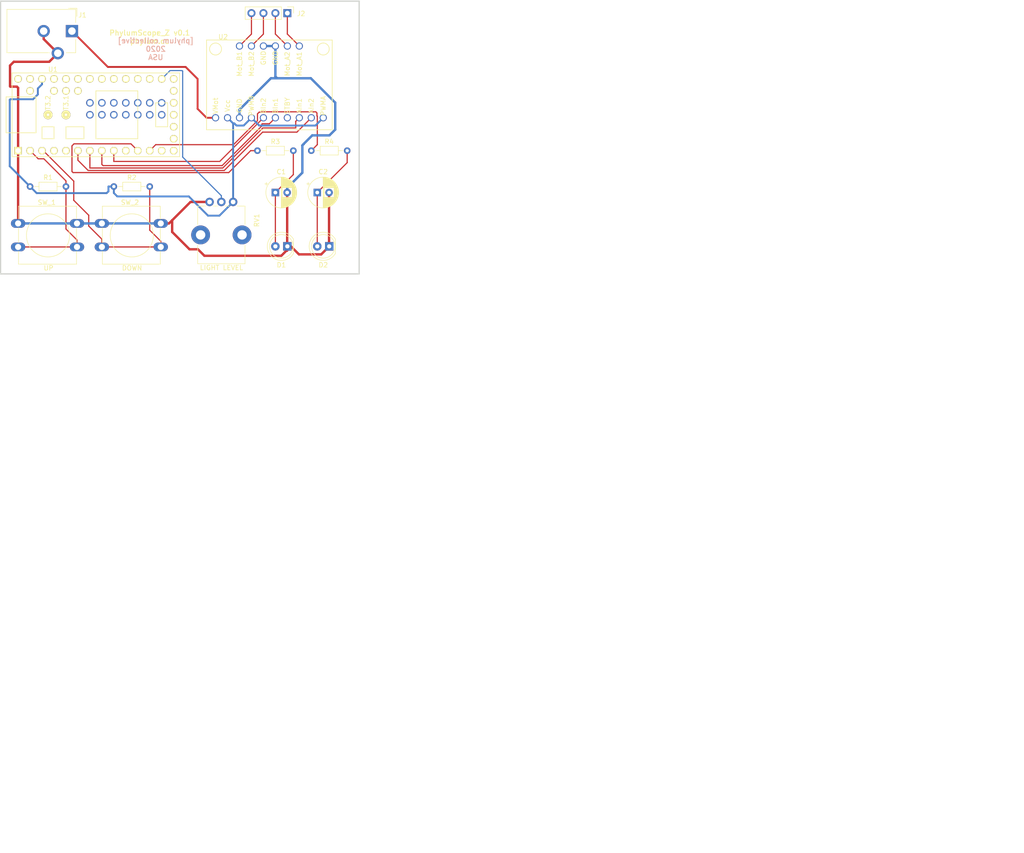
<source format=kicad_pcb>
(kicad_pcb (version 20171130) (host pcbnew "(5.1.6-0-10_14)")

  (general
    (thickness 1.6)
    (drawings 6)
    (tracks 167)
    (zones 0)
    (modules 18)
    (nets 60)
  )

  (page A4)
  (layers
    (0 F.Cu signal)
    (31 B.Cu signal)
    (32 B.Adhes user)
    (33 F.Adhes user)
    (34 B.Paste user)
    (35 F.Paste user)
    (36 B.SilkS user)
    (37 F.SilkS user)
    (38 B.Mask user)
    (39 F.Mask user)
    (40 Dwgs.User user)
    (41 Cmts.User user)
    (42 Eco1.User user)
    (43 Eco2.User user)
    (44 Edge.Cuts user)
    (45 Margin user)
    (46 B.CrtYd user)
    (47 F.CrtYd user)
    (48 B.Fab user)
    (49 F.Fab user)
  )

  (setup
    (last_trace_width 0.25)
    (trace_clearance 0.2)
    (zone_clearance 0.508)
    (zone_45_only no)
    (trace_min 0.2)
    (via_size 0.8)
    (via_drill 0.4)
    (via_min_size 0.4)
    (via_min_drill 0.3)
    (uvia_size 0.3)
    (uvia_drill 0.1)
    (uvias_allowed no)
    (uvia_min_size 0.2)
    (uvia_min_drill 0.1)
    (edge_width 0.15)
    (segment_width 0.2)
    (pcb_text_width 0.3)
    (pcb_text_size 1.5 1.5)
    (mod_edge_width 0.15)
    (mod_text_size 1 1)
    (mod_text_width 0.15)
    (pad_size 1.524 1.524)
    (pad_drill 0.762)
    (pad_to_mask_clearance 0.2)
    (aux_axis_origin 0 0)
    (visible_elements FFFFFF7F)
    (pcbplotparams
      (layerselection 0x010f0_ffffffff)
      (usegerberextensions false)
      (usegerberattributes true)
      (usegerberadvancedattributes true)
      (creategerberjobfile true)
      (excludeedgelayer true)
      (linewidth 0.100000)
      (plotframeref false)
      (viasonmask false)
      (mode 1)
      (useauxorigin false)
      (hpglpennumber 1)
      (hpglpenspeed 20)
      (hpglpendiameter 15.000000)
      (psnegative false)
      (psa4output false)
      (plotreference true)
      (plotvalue true)
      (plotinvisibletext false)
      (padsonsilk false)
      (subtractmaskfromsilk false)
      (outputformat 1)
      (mirror false)
      (drillshape 0)
      (scaleselection 1)
      (outputdirectory "./"))
  )

  (net 0 "")
  (net 1 GND)
  (net 2 "Net-(C1-Pad1)")
  (net 3 "Net-(C2-Pad1)")
  (net 4 +12V)
  (net 5 "Net-(J2-Pad2)")
  (net 6 "Net-(J2-Pad1)")
  (net 7 "Net-(R1-Pad2)")
  (net 8 "Net-(R2-Pad2)")
  (net 9 "Net-(R3-Pad1)")
  (net 10 "Net-(R4-Pad1)")
  (net 11 "Net-(RV1-Pad2)")
  (net 12 "Net-(U1-Pad51)")
  (net 13 "Net-(U1-Pad49)")
  (net 14 "Net-(U1-Pad48)")
  (net 15 "Net-(U1-Pad47)")
  (net 16 "Net-(U1-Pad46)")
  (net 17 "Net-(U1-Pad45)")
  (net 18 "Net-(U1-Pad44)")
  (net 19 "Net-(U1-Pad43)")
  (net 20 "Net-(U1-Pad42)")
  (net 21 "Net-(U1-Pad41)")
  (net 22 "Net-(U1-Pad40)")
  (net 23 "Net-(U1-Pad39)")
  (net 24 "Net-(U1-Pad38)")
  (net 25 "Net-(U1-Pad4)")
  (net 26 "Net-(U1-Pad5)")
  (net 27 "Net-(U1-Pad6)")
  (net 28 "Net-(U1-Pad7)")
  (net 29 "Net-(U1-Pad8)")
  (net 30 "Net-(U1-Pad9)")
  (net 31 "Net-(U1-Pad10)")
  (net 32 "Net-(U1-Pad13)")
  (net 33 "Net-(U1-Pad37)")
  (net 34 "Net-(U1-Pad36)")
  (net 35 "Net-(U1-Pad35)")
  (net 36 "Net-(U1-Pad34)")
  (net 37 "Net-(U1-Pad33)")
  (net 38 "Net-(U1-Pad32)")
  (net 39 "Net-(U1-Pad30)")
  (net 40 "Net-(U1-Pad29)")
  (net 41 "Net-(U1-Pad28)")
  (net 42 "Net-(U1-Pad27)")
  (net 43 "Net-(U1-Pad26)")
  (net 44 "Net-(U1-Pad25)")
  (net 45 "Net-(U1-Pad24)")
  (net 46 "Net-(U1-Pad23)")
  (net 47 "Net-(U1-Pad22)")
  (net 48 "Net-(U1-Pad14)")
  (net 49 "Net-(U1-Pad15)")
  (net 50 "Net-(U1-Pad16)")
  (net 51 "Net-(U1-Pad20)")
  (net 52 "Net-(U1-Pad19)")
  (net 53 "Net-(U1-Pad18)")
  (net 54 "Net-(U1-Pad17)")
  (net 55 "Net-(U2-Pad7)")
  (net 56 /+3.3V)
  (net 57 "Net-(U1-Pad50)")
  (net 58 "Net-(J2-Pad4)")
  (net 59 "Net-(J2-Pad3)")

  (net_class Default "This is the default net class."
    (clearance 0.2)
    (trace_width 0.25)
    (via_dia 0.8)
    (via_drill 0.4)
    (uvia_dia 0.3)
    (uvia_drill 0.1)
    (add_net "Net-(C1-Pad1)")
    (add_net "Net-(C2-Pad1)")
    (add_net "Net-(J2-Pad1)")
    (add_net "Net-(J2-Pad2)")
    (add_net "Net-(J2-Pad3)")
    (add_net "Net-(J2-Pad4)")
    (add_net "Net-(R1-Pad2)")
    (add_net "Net-(R2-Pad2)")
    (add_net "Net-(R3-Pad1)")
    (add_net "Net-(R4-Pad1)")
    (add_net "Net-(RV1-Pad2)")
    (add_net "Net-(U1-Pad10)")
    (add_net "Net-(U1-Pad13)")
    (add_net "Net-(U1-Pad14)")
    (add_net "Net-(U1-Pad15)")
    (add_net "Net-(U1-Pad16)")
    (add_net "Net-(U1-Pad17)")
    (add_net "Net-(U1-Pad18)")
    (add_net "Net-(U1-Pad19)")
    (add_net "Net-(U1-Pad20)")
    (add_net "Net-(U1-Pad22)")
    (add_net "Net-(U1-Pad23)")
    (add_net "Net-(U1-Pad24)")
    (add_net "Net-(U1-Pad25)")
    (add_net "Net-(U1-Pad26)")
    (add_net "Net-(U1-Pad27)")
    (add_net "Net-(U1-Pad28)")
    (add_net "Net-(U1-Pad29)")
    (add_net "Net-(U1-Pad30)")
    (add_net "Net-(U1-Pad32)")
    (add_net "Net-(U1-Pad33)")
    (add_net "Net-(U1-Pad34)")
    (add_net "Net-(U1-Pad35)")
    (add_net "Net-(U1-Pad36)")
    (add_net "Net-(U1-Pad37)")
    (add_net "Net-(U1-Pad38)")
    (add_net "Net-(U1-Pad39)")
    (add_net "Net-(U1-Pad4)")
    (add_net "Net-(U1-Pad40)")
    (add_net "Net-(U1-Pad41)")
    (add_net "Net-(U1-Pad42)")
    (add_net "Net-(U1-Pad43)")
    (add_net "Net-(U1-Pad44)")
    (add_net "Net-(U1-Pad45)")
    (add_net "Net-(U1-Pad46)")
    (add_net "Net-(U1-Pad47)")
    (add_net "Net-(U1-Pad48)")
    (add_net "Net-(U1-Pad49)")
    (add_net "Net-(U1-Pad5)")
    (add_net "Net-(U1-Pad50)")
    (add_net "Net-(U1-Pad51)")
    (add_net "Net-(U1-Pad6)")
    (add_net "Net-(U1-Pad7)")
    (add_net "Net-(U1-Pad8)")
    (add_net "Net-(U1-Pad9)")
    (add_net "Net-(U2-Pad7)")
  )

  (net_class GROUND ""
    (clearance 0.2)
    (trace_width 0.5)
    (via_dia 0.8)
    (via_drill 0.4)
    (uvia_dia 0.3)
    (uvia_drill 0.1)
    (add_net GND)
  )

  (net_class POWER ""
    (clearance 0.2)
    (trace_width 0.4)
    (via_dia 0.8)
    (via_drill 0.4)
    (uvia_dia 0.3)
    (uvia_drill 0.1)
    (add_net +12V)
    (add_net /+3.3V)
  )

  (module Connector_PinHeader_2.54mm:PinHeader_1x04_P2.54mm_Vertical (layer F.Cu) (tedit 59FED5CC) (tstamp 5EE95B07)
    (at 161.29 78.74 270)
    (descr "Through hole straight pin header, 1x04, 2.54mm pitch, single row")
    (tags "Through hole pin header THT 1x04 2.54mm single row")
    (path /5EE9F896)
    (fp_text reference J2 (at 0.11 -2.91) (layer F.SilkS)
      (effects (font (size 1 1) (thickness 0.15)))
    )
    (fp_text value Stepper_Z (at 2.54 3.775) (layer F.Fab)
      (effects (font (size 1 1) (thickness 0.15)))
    )
    (fp_line (start 1.8 -1.8) (end -1.8 -1.8) (layer F.CrtYd) (width 0.05))
    (fp_line (start 1.8 9.4) (end 1.8 -1.8) (layer F.CrtYd) (width 0.05))
    (fp_line (start -1.8 9.4) (end 1.8 9.4) (layer F.CrtYd) (width 0.05))
    (fp_line (start -1.8 -1.8) (end -1.8 9.4) (layer F.CrtYd) (width 0.05))
    (fp_line (start -1.33 -1.33) (end 0 -1.33) (layer F.SilkS) (width 0.12))
    (fp_line (start -1.33 0) (end -1.33 -1.33) (layer F.SilkS) (width 0.12))
    (fp_line (start -1.33 1.27) (end 1.33 1.27) (layer F.SilkS) (width 0.12))
    (fp_line (start 1.33 1.27) (end 1.33 8.95) (layer F.SilkS) (width 0.12))
    (fp_line (start -1.33 1.27) (end -1.33 8.95) (layer F.SilkS) (width 0.12))
    (fp_line (start -1.33 8.95) (end 1.33 8.95) (layer F.SilkS) (width 0.12))
    (fp_line (start -1.27 -0.635) (end -0.635 -1.27) (layer F.Fab) (width 0.1))
    (fp_line (start -1.27 8.89) (end -1.27 -0.635) (layer F.Fab) (width 0.1))
    (fp_line (start 1.27 8.89) (end -1.27 8.89) (layer F.Fab) (width 0.1))
    (fp_line (start 1.27 -1.27) (end 1.27 8.89) (layer F.Fab) (width 0.1))
    (fp_line (start -0.635 -1.27) (end 1.27 -1.27) (layer F.Fab) (width 0.1))
    (fp_text user %R (at 0 3.81) (layer F.Fab)
      (effects (font (size 1 1) (thickness 0.15)))
    )
    (pad 4 thru_hole oval (at 0 7.62 270) (size 1.7 1.7) (drill 1) (layers *.Cu *.Mask)
      (net 58 "Net-(J2-Pad4)"))
    (pad 3 thru_hole oval (at 0 5.08 270) (size 1.7 1.7) (drill 1) (layers *.Cu *.Mask)
      (net 59 "Net-(J2-Pad3)"))
    (pad 2 thru_hole oval (at 0 2.54 270) (size 1.7 1.7) (drill 1) (layers *.Cu *.Mask)
      (net 5 "Net-(J2-Pad2)"))
    (pad 1 thru_hole rect (at 0 0 270) (size 1.7 1.7) (drill 1) (layers *.Cu *.Mask)
      (net 6 "Net-(J2-Pad1)"))
    (model ${KISYS3DMOD}/Connector_PinHeader_2.54mm.3dshapes/PinHeader_1x04_P2.54mm_Vertical.wrl
      (at (xyz 0 0 0))
      (scale (xyz 1 1 1))
      (rotate (xyz 0 0 0))
    )
  )

  (module Potentiometer_THT:Potentiometer_Alps_RK09K_Single_Vertical (layer F.Cu) (tedit 5EE7D2FD) (tstamp 5EE96835)
    (at 144.78 118.84 270)
    (descr "Potentiometer, vertical, Alps RK09K Single, http://www.alps.com/prod/info/E/HTML/Potentiometer/RotaryPotentiometers/RK09K/RK09K_list.html")
    (tags "Potentiometer vertical Alps RK09K Single")
    (path /5EE74C97)
    (fp_text reference RV1 (at 3.91 -10.02 270) (layer F.SilkS)
      (effects (font (size 1 1) (thickness 0.15)))
    )
    (fp_text value 10k (at 6.05 5.15 270) (layer F.Fab)
      (effects (font (size 1 1) (thickness 0.15)))
    )
    (fp_circle (center 7.5 -2.5) (end 10.5 -2.5) (layer F.Fab) (width 0.1))
    (fp_line (start 1 -7.4) (end 1 2.4) (layer F.Fab) (width 0.1))
    (fp_line (start 1 2.4) (end 13 2.4) (layer F.Fab) (width 0.1))
    (fp_line (start 13 2.4) (end 13 -7.4) (layer F.Fab) (width 0.1))
    (fp_line (start 13 -7.4) (end 1 -7.4) (layer F.Fab) (width 0.1))
    (fp_line (start 0.88 -7.521) (end 4.817 -7.521) (layer F.SilkS) (width 0.12))
    (fp_line (start 9.184 -7.521) (end 13.12 -7.521) (layer F.SilkS) (width 0.12))
    (fp_line (start 0.88 2.52) (end 4.817 2.52) (layer F.SilkS) (width 0.12))
    (fp_line (start 9.184 2.52) (end 13.12 2.52) (layer F.SilkS) (width 0.12))
    (fp_line (start 0.88 -7.521) (end 0.88 -5.871) (layer F.SilkS) (width 0.12))
    (fp_line (start 0.88 -4.129) (end 0.88 -3.37) (layer F.SilkS) (width 0.12))
    (fp_line (start 0.88 -1.629) (end 0.88 -0.87) (layer F.SilkS) (width 0.12))
    (fp_line (start 0.88 0.87) (end 0.88 2.52) (layer F.SilkS) (width 0.12))
    (fp_line (start 13.12 -7.521) (end 13.12 2.52) (layer F.SilkS) (width 0.12))
    (fp_line (start -1.15 -9.15) (end -1.15 4.15) (layer F.CrtYd) (width 0.05))
    (fp_line (start -1.15 4.15) (end 13.25 4.15) (layer F.CrtYd) (width 0.05))
    (fp_line (start 13.25 4.15) (end 13.25 -9.15) (layer F.CrtYd) (width 0.05))
    (fp_line (start 13.25 -9.15) (end -1.15 -9.15) (layer F.CrtYd) (width 0.05))
    (fp_text user "LIGHT LEVEL" (at 13.97 -2.54) (layer F.SilkS)
      (effects (font (size 1 1) (thickness 0.15)))
    )
    (fp_text user %R (at 2 -2.5) (layer F.Fab)
      (effects (font (size 1 1) (thickness 0.15)))
    )
    (pad 3 thru_hole circle (at 0 -5 270) (size 1.8 1.8) (drill 1) (layers *.Cu *.Mask)
      (net 56 /+3.3V))
    (pad 2 thru_hole circle (at 0 -2.5 270) (size 1.8 1.8) (drill 1) (layers *.Cu *.Mask)
      (net 11 "Net-(RV1-Pad2)"))
    (pad 1 thru_hole circle (at 0 0 270) (size 1.8 1.8) (drill 1) (layers *.Cu *.Mask)
      (net 1 GND))
    (pad "" np_thru_hole circle (at 7 -6.9 270) (size 4 4) (drill 2) (layers *.Cu *.Mask))
    (pad "" np_thru_hole circle (at 7 1.9 270) (size 4 4) (drill 2) (layers *.Cu *.Mask))
    (model ${KISYS3DMOD}/Potentiometer_THT.3dshapes/Potentiometer_Alps_RK09K_Single_Vertical.wrl
      (at (xyz 0 0 0))
      (scale (xyz 1 1 1))
      (rotate (xyz 0 0 0))
    )
  )

  (module "" (layer F.Cu) (tedit 0) (tstamp 0)
    (at 149.86 129.54)
    (fp_text reference "" (at 166.37 127) (layer F.SilkS)
      (effects (font (size 1.27 1.27) (thickness 0.15)))
    )
    (fp_text value "" (at 166.37 127) (layer F.SilkS)
      (effects (font (size 1.27 1.27) (thickness 0.15)))
    )
    (fp_text user UP (at 166.64 126.77) (layer F.Fab)
      (effects (font (size 1 1) (thickness 0.15)))
    )
  )

  (module "" (layer F.Cu) (tedit 0) (tstamp 5EE98409)
    (at 166.37 127)
    (fp_text reference "" (at 149.019759 90.115) (layer F.SilkS)
      (effects (font (size 1.27 1.27) (thickness 0.15)))
    )
    (fp_text value "" (at 149.019759 90.115) (layer F.SilkS)
      (effects (font (size 1.27 1.27) (thickness 0.15)))
    )
    (fp_text user UP (at 131.509759 89.885) (layer F.Fab)
      (effects (font (size 1 1) (thickness 0.15)))
    )
  )

  (module "" (layer F.Cu) (tedit 0) (tstamp 0)
    (at 148.59 127)
    (fp_text reference "" (at 149.019759 90.115) (layer F.SilkS)
      (effects (font (size 1.27 1.27) (thickness 0.15)))
    )
    (fp_text value "" (at 149.019759 90.115) (layer F.SilkS)
      (effects (font (size 1.27 1.27) (thickness 0.15)))
    )
    (fp_text user UP (at 131.509759 89.885) (layer F.Fab)
      (effects (font (size 1 1) (thickness 0.15)))
    )
  )

  (module adafruit_tb6612:ADA_TB6612 (layer F.Cu) (tedit 5C2D5CCD) (tstamp 5EE95C32)
    (at 157.48 93.98 90)
    (path /5EE85E47)
    (fp_text reference U2 (at 10.1854 -9.8298) (layer F.SilkS)
      (effects (font (size 1 1) (thickness 0.15)))
    )
    (fp_text value TB6612 (at 0 14.105 90) (layer F.Fab)
      (effects (font (size 1 1) (thickness 0.15)))
    )
    (fp_circle (center 7.62 11.43) (end 7.62 10.16) (layer F.SilkS) (width 0.15))
    (fp_circle (center 7.62 -11.43) (end 7.62 -12.7) (layer F.SilkS) (width 0.15))
    (fp_line (start 9.525 -13.335) (end -9.525 -13.335) (layer F.SilkS) (width 0.15))
    (fp_line (start 9.525 13.335) (end 9.525 -13.335) (layer F.SilkS) (width 0.15))
    (fp_line (start -9.525 13.335) (end 9.525 13.335) (layer F.SilkS) (width 0.15))
    (fp_line (start -9.525 -13.335) (end -9.525 13.335) (layer F.SilkS) (width 0.15))
    (fp_text user Mot_B1 (at 4.445 -6.35 90) (layer F.SilkS)
      (effects (font (size 1 1) (thickness 0.15)))
    )
    (fp_text user Mot_B2 (at 4.445 -3.81 90) (layer F.SilkS)
      (effects (font (size 1 1) (thickness 0.15)))
    )
    (fp_text user GND (at 5.715 -1.27 90) (layer F.SilkS)
      (effects (font (size 1 1) (thickness 0.15)))
    )
    (fp_text user GND (at 5.715 1.27 90) (layer F.SilkS)
      (effects (font (size 1 1) (thickness 0.15)))
    )
    (fp_text user Mot_A2 (at 4.445 3.81 90) (layer F.SilkS)
      (effects (font (size 1 1) (thickness 0.15)))
    )
    (fp_text user Mot_A1 (at 4.445 6.35 90) (layer F.SilkS)
      (effects (font (size 1 1) (thickness 0.15)))
    )
    (fp_text user PWMA (at -4.445 11.43 90) (layer F.SilkS)
      (effects (font (size 1 1) (thickness 0.15)))
    )
    (fp_text user AIn2 (at -4.445 8.89 90) (layer F.SilkS)
      (effects (font (size 1 1) (thickness 0.15)))
    )
    (fp_text user AIn1 (at -4.445 6.35 90) (layer F.SilkS)
      (effects (font (size 1 1) (thickness 0.15)))
    )
    (fp_text user STBY (at -4.445 3.81 90) (layer F.SilkS)
      (effects (font (size 1 1) (thickness 0.15)))
    )
    (fp_text user BIn1 (at -4.445 1.27 90) (layer F.SilkS)
      (effects (font (size 1 1) (thickness 0.15)))
    )
    (fp_text user BIn2 (at -4.445 -1.27 90) (layer F.SilkS)
      (effects (font (size 1 1) (thickness 0.15)))
    )
    (fp_text user PWMB (at -4.445 -3.81 90) (layer F.SilkS)
      (effects (font (size 1 1) (thickness 0.15)))
    )
    (fp_text user GND (at -4.445 -6.35 90) (layer F.SilkS)
      (effects (font (size 1 1) (thickness 0.15)))
    )
    (fp_text user Vcc (at -4.445 -8.89 90) (layer F.SilkS)
      (effects (font (size 1 1) (thickness 0.15)))
    )
    (fp_text user VMot (at -4.445 -11.43 90) (layer F.SilkS)
      (effects (font (size 1 1) (thickness 0.15)))
    )
    (pad 16 thru_hole circle (at 8.255 -6.35 90) (size 1.524 1.524) (drill 1.1) (layers *.Cu *.Mask)
      (net 58 "Net-(J2-Pad4)"))
    (pad 15 thru_hole circle (at 8.255 -3.81 90) (size 1.524 1.524) (drill 1.1) (layers *.Cu *.Mask)
      (net 59 "Net-(J2-Pad3)"))
    (pad 14 thru_hole circle (at 8.255 -1.27 90) (size 1.524 1.524) (drill 1.1) (layers *.Cu *.Mask)
      (net 1 GND))
    (pad 13 thru_hole circle (at 8.255 1.27 90) (size 1.524 1.524) (drill 1.1) (layers *.Cu *.Mask)
      (net 1 GND))
    (pad 12 thru_hole circle (at 8.255 3.81 90) (size 1.524 1.524) (drill 1.1) (layers *.Cu *.Mask)
      (net 5 "Net-(J2-Pad2)"))
    (pad 11 thru_hole circle (at 8.255 6.35 90) (size 1.524 1.524) (drill 1.1) (layers *.Cu *.Mask)
      (net 6 "Net-(J2-Pad1)"))
    (pad 10 thru_hole circle (at -6.985 11.43 90) (size 1.524 1.524) (drill 1.1) (layers *.Cu *.Mask)
      (net 56 /+3.3V))
    (pad 9 thru_hole circle (at -6.985 8.89 90) (size 1.524 1.524) (drill 1.1) (layers *.Cu *.Mask)
      (net 27 "Net-(U1-Pad6)"))
    (pad 8 thru_hole circle (at -6.985 6.35 90) (size 1.524 1.524) (drill 1.1) (layers *.Cu *.Mask)
      (net 28 "Net-(U1-Pad7)"))
    (pad 7 thru_hole circle (at -6.985 3.81 90) (size 1.524 1.524) (drill 1.1) (layers *.Cu *.Mask)
      (net 55 "Net-(U2-Pad7)"))
    (pad 6 thru_hole circle (at -6.985 1.27 90) (size 1.524 1.524) (drill 1.1) (layers *.Cu *.Mask)
      (net 29 "Net-(U1-Pad8)"))
    (pad 5 thru_hole circle (at -6.985 -1.27 90) (size 1.524 1.524) (drill 1.1) (layers *.Cu *.Mask)
      (net 30 "Net-(U1-Pad9)"))
    (pad 4 thru_hole circle (at -6.985 -3.81 90) (size 1.524 1.524) (drill 1.1) (layers *.Cu *.Mask)
      (net 56 /+3.3V))
    (pad 3 thru_hole circle (at -6.985 -6.35 90) (size 1.524 1.524) (drill 1.1) (layers *.Cu *.Mask)
      (net 1 GND))
    (pad 2 thru_hole circle (at -6.985 -8.89 90) (size 1.524 1.524) (drill 1.1) (layers *.Cu *.Mask)
      (net 56 /+3.3V))
    (pad 1 thru_hole circle (at -6.985 -11.43 90) (size 1.524 1.524) (drill 1.1) (layers *.Cu *.Mask)
      (net 4 +12V))
  )

  (module teensy:Teensy30_31_32_LC_Interspecifics (layer F.Cu) (tedit 5AC6964B) (tstamp 5EE95C08)
    (at 120.65 100.33)
    (path /5EE534E0)
    (fp_text reference U1 (at -9.1186 -9.6266) (layer F.SilkS)
      (effects (font (size 1 1) (thickness 0.15)))
    )
    (fp_text value Teensy3.2 (at 0 10.16) (layer F.Fab)
      (effects (font (size 1 1) (thickness 0.15)))
    )
    (fp_line (start -17.78 3.81) (end -19.05 3.81) (layer F.SilkS) (width 0.15))
    (fp_line (start -19.05 3.81) (end -19.05 -3.81) (layer F.SilkS) (width 0.15))
    (fp_line (start -19.05 -3.81) (end -17.78 -3.81) (layer F.SilkS) (width 0.15))
    (fp_line (start -6.35 5.08) (end -2.54 5.08) (layer F.SilkS) (width 0.15))
    (fp_line (start -2.54 5.08) (end -2.54 2.54) (layer F.SilkS) (width 0.15))
    (fp_line (start -2.54 2.54) (end -6.35 2.54) (layer F.SilkS) (width 0.15))
    (fp_line (start -6.35 2.54) (end -6.35 5.08) (layer F.SilkS) (width 0.15))
    (fp_line (start -12.7 3.81) (end -12.7 -3.81) (layer F.SilkS) (width 0.15))
    (fp_line (start -12.7 -3.81) (end -17.78 -3.81) (layer F.SilkS) (width 0.15))
    (fp_line (start -12.7 3.81) (end -17.78 3.81) (layer F.SilkS) (width 0.15))
    (fp_line (start -11.43 5.08) (end -8.89 5.08) (layer F.SilkS) (width 0.15))
    (fp_line (start -8.89 5.08) (end -8.89 2.54) (layer F.SilkS) (width 0.15))
    (fp_line (start -8.89 2.54) (end -11.43 2.54) (layer F.SilkS) (width 0.15))
    (fp_line (start -11.43 2.54) (end -11.43 5.08) (layer F.SilkS) (width 0.15))
    (fp_line (start 15.24 -2.54) (end 15.24 2.54) (layer F.SilkS) (width 0.15))
    (fp_line (start 15.24 2.54) (end 12.7 2.54) (layer F.SilkS) (width 0.15))
    (fp_line (start 12.7 2.54) (end 12.7 -2.54) (layer F.SilkS) (width 0.15))
    (fp_line (start 12.7 -2.54) (end 15.24 -2.54) (layer F.SilkS) (width 0.15))
    (fp_line (start 8.89 5.08) (end 8.89 -5.08) (layer F.SilkS) (width 0.15))
    (fp_line (start 0 -5.08) (end 0 5.08) (layer F.SilkS) (width 0.15))
    (fp_line (start 8.89 -5.08) (end 0 -5.08) (layer F.SilkS) (width 0.15))
    (fp_line (start 8.89 5.08) (end 0 5.08) (layer F.SilkS) (width 0.15))
    (fp_line (start -17.78 -8.89) (end 17.78 -8.89) (layer F.SilkS) (width 0.15))
    (fp_line (start 17.78 -8.89) (end 17.78 8.89) (layer F.SilkS) (width 0.15))
    (fp_line (start 17.78 8.89) (end -17.78 8.89) (layer F.SilkS) (width 0.15))
    (fp_line (start -17.78 8.89) (end -17.78 -8.89) (layer F.SilkS) (width 0.15))
    (fp_text user T3.1 (at -6.35 -2.54 90) (layer F.SilkS)
      (effects (font (size 1 1) (thickness 0.15)))
    )
    (fp_text user T3.2 (at -10.16 -2.54 90) (layer F.SilkS)
      (effects (font (size 1 1) (thickness 0.15)))
    )
    (pad 52 thru_hole circle (at -10.16 0) (size 1.9 1.9) (drill 0.5) (layers *.Cu *.Mask F.SilkS))
    (pad 52 thru_hole circle (at -6.35 0) (size 1.9 1.9) (drill 0.5) (layers *.Cu *.Mask F.SilkS))
    (pad 51 thru_hole circle (at -1.27 -2.54) (size 1.6 1.6) (drill 1.1) (layers *.Cu *.Mask)
      (net 12 "Net-(U1-Pad51)"))
    (pad 50 thru_hole circle (at 1.27 -2.54) (size 1.6 1.6) (drill 1.1) (layers *.Cu *.Mask)
      (net 57 "Net-(U1-Pad50)"))
    (pad 49 thru_hole circle (at 3.81 -2.54) (size 1.6 1.6) (drill 1.1) (layers *.Cu *.Mask)
      (net 13 "Net-(U1-Pad49)"))
    (pad 48 thru_hole circle (at 6.35 -2.54) (size 1.6 1.6) (drill 1.1) (layers *.Cu *.Mask)
      (net 14 "Net-(U1-Pad48)"))
    (pad 47 thru_hole circle (at 8.89 -2.54) (size 1.6 1.6) (drill 1.1) (layers *.Cu *.Mask)
      (net 15 "Net-(U1-Pad47)"))
    (pad 46 thru_hole circle (at 11.43 -2.54) (size 1.6 1.6) (drill 1.1) (layers *.Cu *.Mask)
      (net 16 "Net-(U1-Pad46)"))
    (pad 45 thru_hole circle (at 13.97 -2.54) (size 1.6 1.6) (drill 1.1) (layers *.Cu *.Mask)
      (net 17 "Net-(U1-Pad45)"))
    (pad 44 thru_hole circle (at 13.97 0) (size 1.6 1.6) (drill 1.1) (layers *.Cu *.Mask)
      (net 18 "Net-(U1-Pad44)"))
    (pad 43 thru_hole circle (at 11.43 0) (size 1.6 1.6) (drill 1.1) (layers *.Cu *.Mask)
      (net 19 "Net-(U1-Pad43)"))
    (pad 42 thru_hole circle (at 8.89 0) (size 1.6 1.6) (drill 1.1) (layers *.Cu *.Mask)
      (net 20 "Net-(U1-Pad42)"))
    (pad 41 thru_hole circle (at 6.35 0) (size 1.6 1.6) (drill 1.1) (layers *.Cu *.Mask)
      (net 21 "Net-(U1-Pad41)"))
    (pad 40 thru_hole circle (at 3.81 0) (size 1.6 1.6) (drill 1.1) (layers *.Cu *.Mask)
      (net 22 "Net-(U1-Pad40)"))
    (pad 39 thru_hole circle (at 1.27 0) (size 1.6 1.6) (drill 1.1) (layers *.Cu *.Mask)
      (net 23 "Net-(U1-Pad39)"))
    (pad 38 thru_hole circle (at -1.27 0) (size 1.6 1.6) (drill 1.1) (layers *.Cu *.Mask)
      (net 24 "Net-(U1-Pad38)"))
    (pad 1 thru_hole rect (at -16.51 7.62) (size 1.6 1.6) (drill 1.1) (layers *.Cu *.Mask F.SilkS)
      (net 1 GND))
    (pad 2 thru_hole circle (at -13.97 7.62) (size 1.6 1.6) (drill 1.1) (layers *.Cu *.Mask F.SilkS)
      (net 7 "Net-(R1-Pad2)"))
    (pad 3 thru_hole circle (at -11.43 7.62) (size 1.6 1.6) (drill 1.1) (layers *.Cu *.Mask F.SilkS)
      (net 8 "Net-(R2-Pad2)"))
    (pad 4 thru_hole circle (at -8.89 7.62) (size 1.6 1.6) (drill 1.1) (layers *.Cu *.Mask F.SilkS)
      (net 25 "Net-(U1-Pad4)"))
    (pad 5 thru_hole circle (at -6.35 7.62) (size 1.6 1.6) (drill 1.1) (layers *.Cu *.Mask F.SilkS)
      (net 26 "Net-(U1-Pad5)"))
    (pad 6 thru_hole circle (at -3.81 7.62) (size 1.6 1.6) (drill 1.1) (layers *.Cu *.Mask F.SilkS)
      (net 27 "Net-(U1-Pad6)"))
    (pad 7 thru_hole circle (at -1.27 7.62) (size 1.6 1.6) (drill 1.1) (layers *.Cu *.Mask F.SilkS)
      (net 28 "Net-(U1-Pad7)"))
    (pad 8 thru_hole circle (at 1.27 7.62) (size 1.6 1.6) (drill 1.1) (layers *.Cu *.Mask F.SilkS)
      (net 29 "Net-(U1-Pad8)"))
    (pad 9 thru_hole circle (at 3.81 7.62) (size 1.6 1.6) (drill 1.1) (layers *.Cu *.Mask F.SilkS)
      (net 30 "Net-(U1-Pad9)"))
    (pad 10 thru_hole circle (at 6.35 7.62) (size 1.6 1.6) (drill 1.1) (layers *.Cu *.Mask F.SilkS)
      (net 31 "Net-(U1-Pad10)"))
    (pad 11 thru_hole circle (at 8.89 7.62) (size 1.6 1.6) (drill 1.1) (layers *.Cu *.Mask F.SilkS)
      (net 9 "Net-(R3-Pad1)"))
    (pad 12 thru_hole circle (at 11.43 7.62) (size 1.6 1.6) (drill 1.1) (layers *.Cu *.Mask F.SilkS)
      (net 10 "Net-(R4-Pad1)"))
    (pad 13 thru_hole circle (at 13.97 7.62) (size 1.6 1.6) (drill 1.1) (layers *.Cu *.Mask F.SilkS)
      (net 32 "Net-(U1-Pad13)"))
    (pad 37 thru_hole circle (at -3.81 -5.08) (size 1.6 1.6) (drill 1.1) (layers *.Cu *.Mask F.SilkS)
      (net 33 "Net-(U1-Pad37)"))
    (pad 36 thru_hole circle (at -6.35 -5.08) (size 1.6 1.6) (drill 1.1) (layers *.Cu *.Mask F.SilkS)
      (net 34 "Net-(U1-Pad36)"))
    (pad 35 thru_hole circle (at -8.89 -5.08) (size 1.6 1.6) (drill 1.1) (layers *.Cu *.Mask F.SilkS)
      (net 35 "Net-(U1-Pad35)"))
    (pad 34 thru_hole circle (at -13.97 -5.08) (size 1.6 1.6) (drill 1.1) (layers *.Cu *.Mask F.SilkS)
      (net 36 "Net-(U1-Pad34)"))
    (pad 33 thru_hole circle (at -16.51 -7.62) (size 1.6 1.6) (drill 1.1) (layers *.Cu *.Mask F.SilkS)
      (net 37 "Net-(U1-Pad33)"))
    (pad 32 thru_hole circle (at -13.97 -7.62) (size 1.6 1.6) (drill 1.1) (layers *.Cu *.Mask F.SilkS)
      (net 38 "Net-(U1-Pad32)"))
    (pad 31 thru_hole circle (at -11.43 -7.62) (size 1.6 1.6) (drill 1.1) (layers *.Cu *.Mask F.SilkS)
      (net 56 /+3.3V))
    (pad 30 thru_hole circle (at -8.89 -7.62) (size 1.6 1.6) (drill 1.1) (layers *.Cu *.Mask F.SilkS)
      (net 39 "Net-(U1-Pad30)"))
    (pad 29 thru_hole circle (at -6.35 -7.62) (size 1.6 1.6) (drill 1.1) (layers *.Cu *.Mask F.SilkS)
      (net 40 "Net-(U1-Pad29)"))
    (pad 28 thru_hole circle (at -3.81 -7.62) (size 1.6 1.6) (drill 1.1) (layers *.Cu *.Mask F.SilkS)
      (net 41 "Net-(U1-Pad28)"))
    (pad 27 thru_hole circle (at -1.27 -7.62) (size 1.6 1.6) (drill 1.1) (layers *.Cu *.Mask F.SilkS)
      (net 42 "Net-(U1-Pad27)"))
    (pad 26 thru_hole circle (at 1.27 -7.62) (size 1.6 1.6) (drill 1.1) (layers *.Cu *.Mask F.SilkS)
      (net 43 "Net-(U1-Pad26)"))
    (pad 25 thru_hole circle (at 3.81 -7.62) (size 1.6 1.6) (drill 1.1) (layers *.Cu *.Mask F.SilkS)
      (net 44 "Net-(U1-Pad25)"))
    (pad 24 thru_hole circle (at 6.35 -7.62) (size 1.6 1.6) (drill 1.1) (layers *.Cu *.Mask F.SilkS)
      (net 45 "Net-(U1-Pad24)"))
    (pad 23 thru_hole circle (at 8.89 -7.62) (size 1.6 1.6) (drill 1.1) (layers *.Cu *.Mask F.SilkS)
      (net 46 "Net-(U1-Pad23)"))
    (pad 22 thru_hole circle (at 11.43 -7.62) (size 1.6 1.6) (drill 1.1) (layers *.Cu *.Mask F.SilkS)
      (net 47 "Net-(U1-Pad22)"))
    (pad 21 thru_hole circle (at 13.97 -7.62) (size 1.6 1.6) (drill 1.1) (layers *.Cu *.Mask F.SilkS)
      (net 11 "Net-(RV1-Pad2)"))
    (pad 14 thru_hole circle (at 16.51 7.62) (size 1.6 1.6) (drill 1.1) (layers *.Cu *.Mask F.SilkS)
      (net 48 "Net-(U1-Pad14)"))
    (pad 15 thru_hole circle (at 16.51 5.08) (size 1.6 1.6) (drill 1.1) (layers *.Cu *.Mask F.SilkS)
      (net 49 "Net-(U1-Pad15)"))
    (pad 16 thru_hole circle (at 16.51 2.54) (size 1.6 1.6) (drill 1.1) (layers *.Cu *.Mask F.SilkS)
      (net 50 "Net-(U1-Pad16)"))
    (pad 20 thru_hole circle (at 16.51 -7.62) (size 1.6 1.6) (drill 1.1) (layers *.Cu *.Mask F.SilkS)
      (net 51 "Net-(U1-Pad20)"))
    (pad 19 thru_hole circle (at 16.51 -5.08) (size 1.6 1.6) (drill 1.1) (layers *.Cu *.Mask F.SilkS)
      (net 52 "Net-(U1-Pad19)"))
    (pad 18 thru_hole circle (at 16.51 -2.54) (size 1.6 1.6) (drill 1.1) (layers *.Cu *.Mask F.SilkS)
      (net 53 "Net-(U1-Pad18)"))
    (pad 17 thru_hole circle (at 16.51 0) (size 1.6 1.6) (drill 1.1) (layers *.Cu *.Mask F.SilkS)
      (net 54 "Net-(U1-Pad17)"))
  )

  (module Button_Switch_THT:SW_PUSH-12mm (layer F.Cu) (tedit 5D160D14) (tstamp 5EE95BB3)
    (at 121.92 123.4)
    (descr "SW PUSH 12mm https://www.e-switch.com/system/asset/product_line/data_sheet/143/TL1100.pdf")
    (tags "tact sw push 12mm")
    (path /5EEDA603)
    (fp_text reference SW_2 (at 5.955 -4.45) (layer F.SilkS)
      (effects (font (size 1 1) (thickness 0.15)))
    )
    (fp_text value SW_PUSH (at 6.62 3.6) (layer F.Fab)
      (effects (font (size 1 1) (thickness 0.15)))
    )
    (fp_line (start 12.4 -3.65) (end 12.4 -0.93) (layer F.SilkS) (width 0.12))
    (fp_line (start 12.4 5.93) (end 12.4 8.65) (layer F.SilkS) (width 0.12))
    (fp_line (start 0.1 4.07) (end 0.1 0.93) (layer F.SilkS) (width 0.12))
    (fp_line (start 0.1 8.65) (end 0.1 5.93) (layer F.SilkS) (width 0.12))
    (fp_line (start 0.25 -3.5) (end 0.25 8.5) (layer F.Fab) (width 0.1))
    (fp_circle (center 6.35 2.54) (end 10.16 5.08) (layer F.SilkS) (width 0.12))
    (fp_line (start 14.25 8.75) (end -1.77 8.75) (layer F.CrtYd) (width 0.05))
    (fp_line (start 14.25 8.75) (end 14.25 -3.75) (layer F.CrtYd) (width 0.05))
    (fp_line (start -1.77 -3.75) (end -1.77 8.75) (layer F.CrtYd) (width 0.05))
    (fp_line (start -1.77 -3.75) (end 14.25 -3.75) (layer F.CrtYd) (width 0.05))
    (fp_line (start 0.1 -0.93) (end 0.1 -3.65) (layer F.SilkS) (width 0.12))
    (fp_line (start 12.4 8.65) (end 0.1 8.65) (layer F.SilkS) (width 0.12))
    (fp_line (start 12.4 0.93) (end 12.4 4.07) (layer F.SilkS) (width 0.12))
    (fp_line (start 0.1 -3.65) (end 12.4 -3.65) (layer F.SilkS) (width 0.12))
    (fp_line (start 12.25 -3.5) (end 12.25 8.5) (layer F.Fab) (width 0.1))
    (fp_line (start 0.25 -3.5) (end 12.25 -3.5) (layer F.Fab) (width 0.1))
    (fp_line (start 0.25 8.5) (end 12.25 8.5) (layer F.Fab) (width 0.1))
    (fp_text user DOWN (at 6.405 9.475) (layer F.SilkS)
      (effects (font (size 1 1) (thickness 0.15)))
    )
    (pad 2 thru_hole oval (at 0 5) (size 3.048 1.85) (drill 1.3) (layers *.Cu *.Mask)
      (net 8 "Net-(R2-Pad2)"))
    (pad 1 thru_hole oval (at 0 0) (size 3.048 1.85) (drill 1.3) (layers *.Cu *.Mask)
      (net 1 GND))
    (pad 2 thru_hole oval (at 12.5 5) (size 3.048 1.85) (drill 1.3) (layers *.Cu *.Mask)
      (net 8 "Net-(R2-Pad2)"))
    (pad 1 thru_hole oval (at 12.5 0) (size 3.048 1.85) (drill 1.3) (layers *.Cu *.Mask)
      (net 1 GND))
    (model ${KISYS3DMOD}/Button_Switch_THT.3dshapes/SW_PUSH-12mm.wrl
      (at (xyz 0 0 0))
      (scale (xyz 1 1 1))
      (rotate (xyz 0 0 0))
    )
  )

  (module Button_Switch_THT:SW_PUSH-12mm (layer F.Cu) (tedit 5D160D14) (tstamp 5EE95B99)
    (at 104.14 123.4)
    (descr "SW PUSH 12mm https://www.e-switch.com/system/asset/product_line/data_sheet/143/TL1100.pdf")
    (tags "tact sw push 12mm")
    (path /5EEDD418)
    (fp_text reference SW_1 (at 6.085 -4.45) (layer F.SilkS)
      (effects (font (size 1 1) (thickness 0.15)))
    )
    (fp_text value SW_PUSH (at 6.62 3.6) (layer F.Fab)
      (effects (font (size 1 1) (thickness 0.15)))
    )
    (fp_line (start 12.4 -3.65) (end 12.4 -0.93) (layer F.SilkS) (width 0.12))
    (fp_line (start 12.4 5.93) (end 12.4 8.65) (layer F.SilkS) (width 0.12))
    (fp_line (start 0.1 4.07) (end 0.1 0.93) (layer F.SilkS) (width 0.12))
    (fp_line (start 0.1 8.65) (end 0.1 5.93) (layer F.SilkS) (width 0.12))
    (fp_line (start 0.25 -3.5) (end 0.25 8.5) (layer F.Fab) (width 0.1))
    (fp_circle (center 6.35 2.54) (end 10.16 5.08) (layer F.SilkS) (width 0.12))
    (fp_line (start 14.25 8.75) (end -1.77 8.75) (layer F.CrtYd) (width 0.05))
    (fp_line (start 14.25 8.75) (end 14.25 -3.75) (layer F.CrtYd) (width 0.05))
    (fp_line (start -1.77 -3.75) (end -1.77 8.75) (layer F.CrtYd) (width 0.05))
    (fp_line (start -1.77 -3.75) (end 14.25 -3.75) (layer F.CrtYd) (width 0.05))
    (fp_line (start 0.1 -0.93) (end 0.1 -3.65) (layer F.SilkS) (width 0.12))
    (fp_line (start 12.4 8.65) (end 0.1 8.65) (layer F.SilkS) (width 0.12))
    (fp_line (start 12.4 0.93) (end 12.4 4.07) (layer F.SilkS) (width 0.12))
    (fp_line (start 0.1 -3.65) (end 12.4 -3.65) (layer F.SilkS) (width 0.12))
    (fp_line (start 12.25 -3.5) (end 12.25 8.5) (layer F.Fab) (width 0.1))
    (fp_line (start 0.25 -3.5) (end 12.25 -3.5) (layer F.Fab) (width 0.1))
    (fp_line (start 0.25 8.5) (end 12.25 8.5) (layer F.Fab) (width 0.1))
    (fp_text user UP (at 6.46 9.475) (layer F.SilkS)
      (effects (font (size 1 1) (thickness 0.15)))
    )
    (pad 2 thru_hole oval (at 0 5) (size 3.048 1.85) (drill 1.3) (layers *.Cu *.Mask)
      (net 7 "Net-(R1-Pad2)"))
    (pad 1 thru_hole oval (at 0 0) (size 3.048 1.85) (drill 1.3) (layers *.Cu *.Mask)
      (net 1 GND))
    (pad 2 thru_hole oval (at 12.5 5) (size 3.048 1.85) (drill 1.3) (layers *.Cu *.Mask)
      (net 7 "Net-(R1-Pad2)"))
    (pad 1 thru_hole oval (at 12.5 0) (size 3.048 1.85) (drill 1.3) (layers *.Cu *.Mask)
      (net 1 GND))
    (model ${KISYS3DMOD}/Button_Switch_THT.3dshapes/SW_PUSH-12mm.wrl
      (at (xyz 0 0 0))
      (scale (xyz 1 1 1))
      (rotate (xyz 0 0 0))
    )
  )

  (module Resistor_THT:R_Axial_DIN0204_L3.6mm_D1.6mm_P7.62mm_Horizontal (layer F.Cu) (tedit 5AE5139B) (tstamp 5EE95B63)
    (at 166.37 107.95)
    (descr "Resistor, Axial_DIN0204 series, Axial, Horizontal, pin pitch=7.62mm, 0.167W, length*diameter=3.6*1.6mm^2, http://cdn-reichelt.de/documents/datenblatt/B400/1_4W%23YAG.pdf")
    (tags "Resistor Axial_DIN0204 series Axial Horizontal pin pitch 7.62mm 0.167W length 3.6mm diameter 1.6mm")
    (path /5EED9430)
    (fp_text reference R4 (at 3.81 -1.92) (layer F.SilkS)
      (effects (font (size 1 1) (thickness 0.15)))
    )
    (fp_text value "220Ω (1% tol)" (at 3.81 1.92) (layer F.Fab)
      (effects (font (size 1 1) (thickness 0.15)))
    )
    (fp_line (start 8.57 -1.05) (end -0.95 -1.05) (layer F.CrtYd) (width 0.05))
    (fp_line (start 8.57 1.05) (end 8.57 -1.05) (layer F.CrtYd) (width 0.05))
    (fp_line (start -0.95 1.05) (end 8.57 1.05) (layer F.CrtYd) (width 0.05))
    (fp_line (start -0.95 -1.05) (end -0.95 1.05) (layer F.CrtYd) (width 0.05))
    (fp_line (start 6.68 0) (end 5.73 0) (layer F.SilkS) (width 0.12))
    (fp_line (start 0.94 0) (end 1.89 0) (layer F.SilkS) (width 0.12))
    (fp_line (start 5.73 -0.92) (end 1.89 -0.92) (layer F.SilkS) (width 0.12))
    (fp_line (start 5.73 0.92) (end 5.73 -0.92) (layer F.SilkS) (width 0.12))
    (fp_line (start 1.89 0.92) (end 5.73 0.92) (layer F.SilkS) (width 0.12))
    (fp_line (start 1.89 -0.92) (end 1.89 0.92) (layer F.SilkS) (width 0.12))
    (fp_line (start 7.62 0) (end 5.61 0) (layer F.Fab) (width 0.1))
    (fp_line (start 0 0) (end 2.01 0) (layer F.Fab) (width 0.1))
    (fp_line (start 5.61 -0.8) (end 2.01 -0.8) (layer F.Fab) (width 0.1))
    (fp_line (start 5.61 0.8) (end 5.61 -0.8) (layer F.Fab) (width 0.1))
    (fp_line (start 2.01 0.8) (end 5.61 0.8) (layer F.Fab) (width 0.1))
    (fp_line (start 2.01 -0.8) (end 2.01 0.8) (layer F.Fab) (width 0.1))
    (fp_text user %R (at 3.81 0) (layer F.Fab)
      (effects (font (size 0.72 0.72) (thickness 0.108)))
    )
    (pad 2 thru_hole oval (at 7.62 0) (size 1.4 1.4) (drill 0.7) (layers *.Cu *.Mask)
      (net 3 "Net-(C2-Pad1)"))
    (pad 1 thru_hole circle (at 0 0) (size 1.4 1.4) (drill 0.7) (layers *.Cu *.Mask)
      (net 10 "Net-(R4-Pad1)"))
    (model ${KISYS3DMOD}/Resistor_THT.3dshapes/R_Axial_DIN0204_L3.6mm_D1.6mm_P7.62mm_Horizontal.wrl
      (at (xyz 0 0 0))
      (scale (xyz 1 1 1))
      (rotate (xyz 0 0 0))
    )
  )

  (module Resistor_THT:R_Axial_DIN0204_L3.6mm_D1.6mm_P7.62mm_Horizontal (layer F.Cu) (tedit 5AE5139B) (tstamp 5EE95B4C)
    (at 154.94 107.95)
    (descr "Resistor, Axial_DIN0204 series, Axial, Horizontal, pin pitch=7.62mm, 0.167W, length*diameter=3.6*1.6mm^2, http://cdn-reichelt.de/documents/datenblatt/B400/1_4W%23YAG.pdf")
    (tags "Resistor Axial_DIN0204 series Axial Horizontal pin pitch 7.62mm 0.167W length 3.6mm diameter 1.6mm")
    (path /5EED9436)
    (fp_text reference R3 (at 3.81 -1.92) (layer F.SilkS)
      (effects (font (size 1 1) (thickness 0.15)))
    )
    (fp_text value "220Ω (1% tol)" (at 3.81 1.92) (layer F.Fab)
      (effects (font (size 1 1) (thickness 0.15)))
    )
    (fp_line (start 2.01 -0.8) (end 2.01 0.8) (layer F.Fab) (width 0.1))
    (fp_line (start 2.01 0.8) (end 5.61 0.8) (layer F.Fab) (width 0.1))
    (fp_line (start 5.61 0.8) (end 5.61 -0.8) (layer F.Fab) (width 0.1))
    (fp_line (start 5.61 -0.8) (end 2.01 -0.8) (layer F.Fab) (width 0.1))
    (fp_line (start 0 0) (end 2.01 0) (layer F.Fab) (width 0.1))
    (fp_line (start 7.62 0) (end 5.61 0) (layer F.Fab) (width 0.1))
    (fp_line (start 1.89 -0.92) (end 1.89 0.92) (layer F.SilkS) (width 0.12))
    (fp_line (start 1.89 0.92) (end 5.73 0.92) (layer F.SilkS) (width 0.12))
    (fp_line (start 5.73 0.92) (end 5.73 -0.92) (layer F.SilkS) (width 0.12))
    (fp_line (start 5.73 -0.92) (end 1.89 -0.92) (layer F.SilkS) (width 0.12))
    (fp_line (start 0.94 0) (end 1.89 0) (layer F.SilkS) (width 0.12))
    (fp_line (start 6.68 0) (end 5.73 0) (layer F.SilkS) (width 0.12))
    (fp_line (start -0.95 -1.05) (end -0.95 1.05) (layer F.CrtYd) (width 0.05))
    (fp_line (start -0.95 1.05) (end 8.57 1.05) (layer F.CrtYd) (width 0.05))
    (fp_line (start 8.57 1.05) (end 8.57 -1.05) (layer F.CrtYd) (width 0.05))
    (fp_line (start 8.57 -1.05) (end -0.95 -1.05) (layer F.CrtYd) (width 0.05))
    (fp_text user %R (at 3.81 0) (layer F.Fab)
      (effects (font (size 0.72 0.72) (thickness 0.108)))
    )
    (pad 1 thru_hole circle (at 0 0) (size 1.4 1.4) (drill 0.7) (layers *.Cu *.Mask)
      (net 9 "Net-(R3-Pad1)"))
    (pad 2 thru_hole oval (at 7.62 0) (size 1.4 1.4) (drill 0.7) (layers *.Cu *.Mask)
      (net 2 "Net-(C1-Pad1)"))
    (model ${KISYS3DMOD}/Resistor_THT.3dshapes/R_Axial_DIN0204_L3.6mm_D1.6mm_P7.62mm_Horizontal.wrl
      (at (xyz 0 0 0))
      (scale (xyz 1 1 1))
      (rotate (xyz 0 0 0))
    )
  )

  (module Resistor_THT:R_Axial_DIN0204_L3.6mm_D1.6mm_P7.62mm_Horizontal (layer F.Cu) (tedit 5AE5139B) (tstamp 5EE95B35)
    (at 124.46 115.57)
    (descr "Resistor, Axial_DIN0204 series, Axial, Horizontal, pin pitch=7.62mm, 0.167W, length*diameter=3.6*1.6mm^2, http://cdn-reichelt.de/documents/datenblatt/B400/1_4W%23YAG.pdf")
    (tags "Resistor Axial_DIN0204 series Axial Horizontal pin pitch 7.62mm 0.167W length 3.6mm diameter 1.6mm")
    (path /5EED1264)
    (fp_text reference R2 (at 3.81 -1.92) (layer F.SilkS)
      (effects (font (size 1 1) (thickness 0.15)))
    )
    (fp_text value 10k (at 3.845 -3.188) (layer F.Fab)
      (effects (font (size 1 1) (thickness 0.15)))
    )
    (fp_line (start 8.57 -1.05) (end -0.95 -1.05) (layer F.CrtYd) (width 0.05))
    (fp_line (start 8.57 1.05) (end 8.57 -1.05) (layer F.CrtYd) (width 0.05))
    (fp_line (start -0.95 1.05) (end 8.57 1.05) (layer F.CrtYd) (width 0.05))
    (fp_line (start -0.95 -1.05) (end -0.95 1.05) (layer F.CrtYd) (width 0.05))
    (fp_line (start 6.68 0) (end 5.73 0) (layer F.SilkS) (width 0.12))
    (fp_line (start 0.94 0) (end 1.89 0) (layer F.SilkS) (width 0.12))
    (fp_line (start 5.73 -0.92) (end 1.89 -0.92) (layer F.SilkS) (width 0.12))
    (fp_line (start 5.73 0.92) (end 5.73 -0.92) (layer F.SilkS) (width 0.12))
    (fp_line (start 1.89 0.92) (end 5.73 0.92) (layer F.SilkS) (width 0.12))
    (fp_line (start 1.89 -0.92) (end 1.89 0.92) (layer F.SilkS) (width 0.12))
    (fp_line (start 7.62 0) (end 5.61 0) (layer F.Fab) (width 0.1))
    (fp_line (start 0 0) (end 2.01 0) (layer F.Fab) (width 0.1))
    (fp_line (start 5.61 -0.8) (end 2.01 -0.8) (layer F.Fab) (width 0.1))
    (fp_line (start 5.61 0.8) (end 5.61 -0.8) (layer F.Fab) (width 0.1))
    (fp_line (start 2.01 0.8) (end 5.61 0.8) (layer F.Fab) (width 0.1))
    (fp_line (start 2.01 -0.8) (end 2.01 0.8) (layer F.Fab) (width 0.1))
    (fp_text user %R (at 3.81 0) (layer F.Fab)
      (effects (font (size 0.72 0.72) (thickness 0.108)))
    )
    (pad 2 thru_hole oval (at 7.62 0) (size 1.4 1.4) (drill 0.7) (layers *.Cu *.Mask)
      (net 8 "Net-(R2-Pad2)"))
    (pad 1 thru_hole circle (at 0 0) (size 1.4 1.4) (drill 0.7) (layers *.Cu *.Mask)
      (net 56 /+3.3V))
    (model ${KISYS3DMOD}/Resistor_THT.3dshapes/R_Axial_DIN0204_L3.6mm_D1.6mm_P7.62mm_Horizontal.wrl
      (at (xyz 0 0 0))
      (scale (xyz 1 1 1))
      (rotate (xyz 0 0 0))
    )
  )

  (module Resistor_THT:R_Axial_DIN0204_L3.6mm_D1.6mm_P7.62mm_Horizontal (layer F.Cu) (tedit 5AE5139B) (tstamp 5EE95B1E)
    (at 106.68 115.57)
    (descr "Resistor, Axial_DIN0204 series, Axial, Horizontal, pin pitch=7.62mm, 0.167W, length*diameter=3.6*1.6mm^2, http://cdn-reichelt.de/documents/datenblatt/B400/1_4W%23YAG.pdf")
    (tags "Resistor Axial_DIN0204 series Axial Horizontal pin pitch 7.62mm 0.167W length 3.6mm diameter 1.6mm")
    (path /5EED27AC)
    (fp_text reference R1 (at 3.81 -1.92) (layer F.SilkS)
      (effects (font (size 1 1) (thickness 0.15)))
    )
    (fp_text value 10k (at 3.81 -3.188) (layer F.Fab)
      (effects (font (size 1 1) (thickness 0.15)))
    )
    (fp_line (start 8.57 -1.05) (end -0.95 -1.05) (layer F.CrtYd) (width 0.05))
    (fp_line (start 8.57 1.05) (end 8.57 -1.05) (layer F.CrtYd) (width 0.05))
    (fp_line (start -0.95 1.05) (end 8.57 1.05) (layer F.CrtYd) (width 0.05))
    (fp_line (start -0.95 -1.05) (end -0.95 1.05) (layer F.CrtYd) (width 0.05))
    (fp_line (start 6.68 0) (end 5.73 0) (layer F.SilkS) (width 0.12))
    (fp_line (start 0.94 0) (end 1.89 0) (layer F.SilkS) (width 0.12))
    (fp_line (start 5.73 -0.92) (end 1.89 -0.92) (layer F.SilkS) (width 0.12))
    (fp_line (start 5.73 0.92) (end 5.73 -0.92) (layer F.SilkS) (width 0.12))
    (fp_line (start 1.89 0.92) (end 5.73 0.92) (layer F.SilkS) (width 0.12))
    (fp_line (start 1.89 -0.92) (end 1.89 0.92) (layer F.SilkS) (width 0.12))
    (fp_line (start 7.62 0) (end 5.61 0) (layer F.Fab) (width 0.1))
    (fp_line (start 0 0) (end 2.01 0) (layer F.Fab) (width 0.1))
    (fp_line (start 5.61 -0.8) (end 2.01 -0.8) (layer F.Fab) (width 0.1))
    (fp_line (start 5.61 0.8) (end 5.61 -0.8) (layer F.Fab) (width 0.1))
    (fp_line (start 2.01 0.8) (end 5.61 0.8) (layer F.Fab) (width 0.1))
    (fp_line (start 2.01 -0.8) (end 2.01 0.8) (layer F.Fab) (width 0.1))
    (fp_text user %R (at 3.81 0) (layer F.Fab)
      (effects (font (size 0.72 0.72) (thickness 0.108)))
    )
    (pad 2 thru_hole oval (at 7.62 0) (size 1.4 1.4) (drill 0.7) (layers *.Cu *.Mask)
      (net 7 "Net-(R1-Pad2)"))
    (pad 1 thru_hole circle (at 0 0) (size 1.4 1.4) (drill 0.7) (layers *.Cu *.Mask)
      (net 56 /+3.3V))
    (model ${KISYS3DMOD}/Resistor_THT.3dshapes/R_Axial_DIN0204_L3.6mm_D1.6mm_P7.62mm_Horizontal.wrl
      (at (xyz 0 0 0))
      (scale (xyz 1 1 1))
      (rotate (xyz 0 0 0))
    )
  )

  (module Connector_BarrelJack:BarrelJack_CUI_PJ-102AH_Horizontal (layer F.Cu) (tedit 5A1DBF38) (tstamp 5EE95AED)
    (at 115.57 82.55 270)
    (descr "Thin-pin DC Barrel Jack, https://cdn-shop.adafruit.com/datasheets/21mmdcjackDatasheet.pdf")
    (tags "Power Jack")
    (path /5EEB9A6E)
    (fp_text reference J1 (at -3.3909 -2.2225) (layer F.SilkS)
      (effects (font (size 1 1) (thickness 0.15)))
    )
    (fp_text value "+12V (Stepper_Z)" (at -5.75 6.2) (layer F.Fab)
      (effects (font (size 1 1) (thickness 0.15)))
    )
    (fp_line (start 1.8 -1.8) (end 1.8 -1.2) (layer F.CrtYd) (width 0.05))
    (fp_line (start 1.8 -1.2) (end 5 -1.2) (layer F.CrtYd) (width 0.05))
    (fp_line (start 5 -1.2) (end 5 1.2) (layer F.CrtYd) (width 0.05))
    (fp_line (start 5 1.2) (end 6.5 1.2) (layer F.CrtYd) (width 0.05))
    (fp_line (start 6.5 1.2) (end 6.5 4.8) (layer F.CrtYd) (width 0.05))
    (fp_line (start 6.5 4.8) (end 5 4.8) (layer F.CrtYd) (width 0.05))
    (fp_line (start 5 4.8) (end 5 14.2) (layer F.CrtYd) (width 0.05))
    (fp_line (start 5 14.2) (end -5 14.2) (layer F.CrtYd) (width 0.05))
    (fp_line (start -5 14.2) (end -5 -1.2) (layer F.CrtYd) (width 0.05))
    (fp_line (start -5 -1.2) (end -1.8 -1.2) (layer F.CrtYd) (width 0.05))
    (fp_line (start -1.8 -1.2) (end -1.8 -1.8) (layer F.CrtYd) (width 0.05))
    (fp_line (start -1.8 -1.8) (end 1.8 -1.8) (layer F.CrtYd) (width 0.05))
    (fp_line (start 4.6 4.8) (end 4.6 13.8) (layer F.SilkS) (width 0.12))
    (fp_line (start 4.6 13.8) (end -4.6 13.8) (layer F.SilkS) (width 0.12))
    (fp_line (start -4.6 13.8) (end -4.6 -0.8) (layer F.SilkS) (width 0.12))
    (fp_line (start -4.6 -0.8) (end -1.8 -0.8) (layer F.SilkS) (width 0.12))
    (fp_line (start 1.8 -0.8) (end 4.6 -0.8) (layer F.SilkS) (width 0.12))
    (fp_line (start 4.6 -0.8) (end 4.6 1.2) (layer F.SilkS) (width 0.12))
    (fp_line (start -4.84 0.7) (end -4.84 -1.04) (layer F.SilkS) (width 0.12))
    (fp_line (start -4.84 -1.04) (end -3.1 -1.04) (layer F.SilkS) (width 0.12))
    (fp_line (start 4.5 -0.7) (end 4.5 13.7) (layer F.Fab) (width 0.1))
    (fp_line (start 4.5 13.7) (end -4.5 13.7) (layer F.Fab) (width 0.1))
    (fp_line (start -4.5 13.7) (end -4.5 0.3) (layer F.Fab) (width 0.1))
    (fp_line (start -4.5 0.3) (end -3.5 -0.7) (layer F.Fab) (width 0.1))
    (fp_line (start -3.5 -0.7) (end 4.5 -0.7) (layer F.Fab) (width 0.1))
    (fp_line (start -4.5 10.2) (end 4.5 10.2) (layer F.Fab) (width 0.1))
    (fp_text user %R (at 0 6.5 90) (layer F.Fab)
      (effects (font (size 1 1) (thickness 0.15)))
    )
    (pad 1 thru_hole rect (at 0 0 270) (size 2.6 2.6) (drill 1.6) (layers *.Cu *.Mask)
      (net 4 +12V))
    (pad 2 thru_hole circle (at 0 6 270) (size 2.6 2.6) (drill 1.6) (layers *.Cu *.Mask)
      (net 1 GND))
    (pad 3 thru_hole circle (at 4.7 3 270) (size 2.6 2.6) (drill 1.6) (layers *.Cu *.Mask)
      (net 1 GND))
    (model ${KISYS3DMOD}/Connector_BarrelJack.3dshapes/BarrelJack_CUI_PJ-102AH_Horizontal.wrl
      (at (xyz 0 0 0))
      (scale (xyz 1 1 1))
      (rotate (xyz 0 0 0))
    )
  )

  (module LED_THT:LED_D5.0mm (layer F.Cu) (tedit 5995936A) (tstamp 5EE95ACB)
    (at 170.18 128.27 180)
    (descr "LED, diameter 5.0mm, 2 pins, http://cdn-reichelt.de/documents/datenblatt/A500/LL-504BC2E-009.pdf")
    (tags "LED diameter 5.0mm 2 pins")
    (path /5EEDEB6B)
    (fp_text reference D2 (at 1.27 -3.96) (layer F.SilkS)
      (effects (font (size 1 1) (thickness 0.15)))
    )
    (fp_text value LED (at 1.27 3.96) (layer F.Fab)
      (effects (font (size 1 1) (thickness 0.15)))
    )
    (fp_line (start 4.5 -3.25) (end -1.95 -3.25) (layer F.CrtYd) (width 0.05))
    (fp_line (start 4.5 3.25) (end 4.5 -3.25) (layer F.CrtYd) (width 0.05))
    (fp_line (start -1.95 3.25) (end 4.5 3.25) (layer F.CrtYd) (width 0.05))
    (fp_line (start -1.95 -3.25) (end -1.95 3.25) (layer F.CrtYd) (width 0.05))
    (fp_line (start -1.29 -1.545) (end -1.29 1.545) (layer F.SilkS) (width 0.12))
    (fp_line (start -1.23 -1.469694) (end -1.23 1.469694) (layer F.Fab) (width 0.1))
    (fp_circle (center 1.27 0) (end 3.77 0) (layer F.SilkS) (width 0.12))
    (fp_circle (center 1.27 0) (end 3.77 0) (layer F.Fab) (width 0.1))
    (fp_text user %R (at 1.25 0) (layer F.Fab)
      (effects (font (size 0.8 0.8) (thickness 0.2)))
    )
    (fp_arc (start 1.27 0) (end -1.29 1.54483) (angle -148.9) (layer F.SilkS) (width 0.12))
    (fp_arc (start 1.27 0) (end -1.29 -1.54483) (angle 148.9) (layer F.SilkS) (width 0.12))
    (fp_arc (start 1.27 0) (end -1.23 -1.469694) (angle 299.1) (layer F.Fab) (width 0.1))
    (pad 2 thru_hole circle (at 2.54 0 180) (size 1.8 1.8) (drill 0.9) (layers *.Cu *.Mask)
      (net 3 "Net-(C2-Pad1)"))
    (pad 1 thru_hole rect (at 0 0 180) (size 1.8 1.8) (drill 0.9) (layers *.Cu *.Mask)
      (net 1 GND))
    (model ${KISYS3DMOD}/LED_THT.3dshapes/LED_D5.0mm.wrl
      (at (xyz 0 0 0))
      (scale (xyz 1 1 1))
      (rotate (xyz 0 0 0))
    )
  )

  (module LED_THT:LED_D5.0mm (layer F.Cu) (tedit 5995936A) (tstamp 5EE95AB9)
    (at 161.29 128.27 180)
    (descr "LED, diameter 5.0mm, 2 pins, http://cdn-reichelt.de/documents/datenblatt/A500/LL-504BC2E-009.pdf")
    (tags "LED diameter 5.0mm 2 pins")
    (path /5EEE1DF7)
    (fp_text reference D1 (at 1.27 -3.96) (layer F.SilkS)
      (effects (font (size 1 1) (thickness 0.15)))
    )
    (fp_text value LED (at 1.27 3.96) (layer F.Fab)
      (effects (font (size 1 1) (thickness 0.15)))
    )
    (fp_line (start 4.5 -3.25) (end -1.95 -3.25) (layer F.CrtYd) (width 0.05))
    (fp_line (start 4.5 3.25) (end 4.5 -3.25) (layer F.CrtYd) (width 0.05))
    (fp_line (start -1.95 3.25) (end 4.5 3.25) (layer F.CrtYd) (width 0.05))
    (fp_line (start -1.95 -3.25) (end -1.95 3.25) (layer F.CrtYd) (width 0.05))
    (fp_line (start -1.29 -1.545) (end -1.29 1.545) (layer F.SilkS) (width 0.12))
    (fp_line (start -1.23 -1.469694) (end -1.23 1.469694) (layer F.Fab) (width 0.1))
    (fp_circle (center 1.27 0) (end 3.77 0) (layer F.SilkS) (width 0.12))
    (fp_circle (center 1.27 0) (end 3.77 0) (layer F.Fab) (width 0.1))
    (fp_text user %R (at 1.25 0) (layer F.Fab)
      (effects (font (size 0.8 0.8) (thickness 0.2)))
    )
    (fp_arc (start 1.27 0) (end -1.29 1.54483) (angle -148.9) (layer F.SilkS) (width 0.12))
    (fp_arc (start 1.27 0) (end -1.29 -1.54483) (angle 148.9) (layer F.SilkS) (width 0.12))
    (fp_arc (start 1.27 0) (end -1.23 -1.469694) (angle 299.1) (layer F.Fab) (width 0.1))
    (pad 2 thru_hole circle (at 2.54 0 180) (size 1.8 1.8) (drill 0.9) (layers *.Cu *.Mask)
      (net 2 "Net-(C1-Pad1)"))
    (pad 1 thru_hole rect (at 0 0 180) (size 1.8 1.8) (drill 0.9) (layers *.Cu *.Mask)
      (net 1 GND))
    (model ${KISYS3DMOD}/LED_THT.3dshapes/LED_D5.0mm.wrl
      (at (xyz 0 0 0))
      (scale (xyz 1 1 1))
      (rotate (xyz 0 0 0))
    )
  )

  (module Capacitor_THT:CP_Radial_D6.3mm_P2.50mm (layer F.Cu) (tedit 5AE50EF0) (tstamp 5EE95AA7)
    (at 167.64 116.84)
    (descr "CP, Radial series, Radial, pin pitch=2.50mm, , diameter=6.3mm, Electrolytic Capacitor")
    (tags "CP Radial series Radial pin pitch 2.50mm  diameter 6.3mm Electrolytic Capacitor")
    (path /5EF45896)
    (fp_text reference C2 (at 1.25 -4.4) (layer F.SilkS)
      (effects (font (size 1 1) (thickness 0.15)))
    )
    (fp_text value 100uF (at 1.25 4.4) (layer F.Fab)
      (effects (font (size 1 1) (thickness 0.15)))
    )
    (fp_line (start -1.935241 -2.154) (end -1.935241 -1.524) (layer F.SilkS) (width 0.12))
    (fp_line (start -2.250241 -1.839) (end -1.620241 -1.839) (layer F.SilkS) (width 0.12))
    (fp_line (start 4.491 -0.402) (end 4.491 0.402) (layer F.SilkS) (width 0.12))
    (fp_line (start 4.451 -0.633) (end 4.451 0.633) (layer F.SilkS) (width 0.12))
    (fp_line (start 4.411 -0.802) (end 4.411 0.802) (layer F.SilkS) (width 0.12))
    (fp_line (start 4.371 -0.94) (end 4.371 0.94) (layer F.SilkS) (width 0.12))
    (fp_line (start 4.331 -1.059) (end 4.331 1.059) (layer F.SilkS) (width 0.12))
    (fp_line (start 4.291 -1.165) (end 4.291 1.165) (layer F.SilkS) (width 0.12))
    (fp_line (start 4.251 -1.262) (end 4.251 1.262) (layer F.SilkS) (width 0.12))
    (fp_line (start 4.211 -1.35) (end 4.211 1.35) (layer F.SilkS) (width 0.12))
    (fp_line (start 4.171 -1.432) (end 4.171 1.432) (layer F.SilkS) (width 0.12))
    (fp_line (start 4.131 -1.509) (end 4.131 1.509) (layer F.SilkS) (width 0.12))
    (fp_line (start 4.091 -1.581) (end 4.091 1.581) (layer F.SilkS) (width 0.12))
    (fp_line (start 4.051 -1.65) (end 4.051 1.65) (layer F.SilkS) (width 0.12))
    (fp_line (start 4.011 -1.714) (end 4.011 1.714) (layer F.SilkS) (width 0.12))
    (fp_line (start 3.971 -1.776) (end 3.971 1.776) (layer F.SilkS) (width 0.12))
    (fp_line (start 3.931 -1.834) (end 3.931 1.834) (layer F.SilkS) (width 0.12))
    (fp_line (start 3.891 -1.89) (end 3.891 1.89) (layer F.SilkS) (width 0.12))
    (fp_line (start 3.851 -1.944) (end 3.851 1.944) (layer F.SilkS) (width 0.12))
    (fp_line (start 3.811 -1.995) (end 3.811 1.995) (layer F.SilkS) (width 0.12))
    (fp_line (start 3.771 -2.044) (end 3.771 2.044) (layer F.SilkS) (width 0.12))
    (fp_line (start 3.731 -2.092) (end 3.731 2.092) (layer F.SilkS) (width 0.12))
    (fp_line (start 3.691 -2.137) (end 3.691 2.137) (layer F.SilkS) (width 0.12))
    (fp_line (start 3.651 -2.182) (end 3.651 2.182) (layer F.SilkS) (width 0.12))
    (fp_line (start 3.611 -2.224) (end 3.611 2.224) (layer F.SilkS) (width 0.12))
    (fp_line (start 3.571 -2.265) (end 3.571 2.265) (layer F.SilkS) (width 0.12))
    (fp_line (start 3.531 1.04) (end 3.531 2.305) (layer F.SilkS) (width 0.12))
    (fp_line (start 3.531 -2.305) (end 3.531 -1.04) (layer F.SilkS) (width 0.12))
    (fp_line (start 3.491 1.04) (end 3.491 2.343) (layer F.SilkS) (width 0.12))
    (fp_line (start 3.491 -2.343) (end 3.491 -1.04) (layer F.SilkS) (width 0.12))
    (fp_line (start 3.451 1.04) (end 3.451 2.38) (layer F.SilkS) (width 0.12))
    (fp_line (start 3.451 -2.38) (end 3.451 -1.04) (layer F.SilkS) (width 0.12))
    (fp_line (start 3.411 1.04) (end 3.411 2.416) (layer F.SilkS) (width 0.12))
    (fp_line (start 3.411 -2.416) (end 3.411 -1.04) (layer F.SilkS) (width 0.12))
    (fp_line (start 3.371 1.04) (end 3.371 2.45) (layer F.SilkS) (width 0.12))
    (fp_line (start 3.371 -2.45) (end 3.371 -1.04) (layer F.SilkS) (width 0.12))
    (fp_line (start 3.331 1.04) (end 3.331 2.484) (layer F.SilkS) (width 0.12))
    (fp_line (start 3.331 -2.484) (end 3.331 -1.04) (layer F.SilkS) (width 0.12))
    (fp_line (start 3.291 1.04) (end 3.291 2.516) (layer F.SilkS) (width 0.12))
    (fp_line (start 3.291 -2.516) (end 3.291 -1.04) (layer F.SilkS) (width 0.12))
    (fp_line (start 3.251 1.04) (end 3.251 2.548) (layer F.SilkS) (width 0.12))
    (fp_line (start 3.251 -2.548) (end 3.251 -1.04) (layer F.SilkS) (width 0.12))
    (fp_line (start 3.211 1.04) (end 3.211 2.578) (layer F.SilkS) (width 0.12))
    (fp_line (start 3.211 -2.578) (end 3.211 -1.04) (layer F.SilkS) (width 0.12))
    (fp_line (start 3.171 1.04) (end 3.171 2.607) (layer F.SilkS) (width 0.12))
    (fp_line (start 3.171 -2.607) (end 3.171 -1.04) (layer F.SilkS) (width 0.12))
    (fp_line (start 3.131 1.04) (end 3.131 2.636) (layer F.SilkS) (width 0.12))
    (fp_line (start 3.131 -2.636) (end 3.131 -1.04) (layer F.SilkS) (width 0.12))
    (fp_line (start 3.091 1.04) (end 3.091 2.664) (layer F.SilkS) (width 0.12))
    (fp_line (start 3.091 -2.664) (end 3.091 -1.04) (layer F.SilkS) (width 0.12))
    (fp_line (start 3.051 1.04) (end 3.051 2.69) (layer F.SilkS) (width 0.12))
    (fp_line (start 3.051 -2.69) (end 3.051 -1.04) (layer F.SilkS) (width 0.12))
    (fp_line (start 3.011 1.04) (end 3.011 2.716) (layer F.SilkS) (width 0.12))
    (fp_line (start 3.011 -2.716) (end 3.011 -1.04) (layer F.SilkS) (width 0.12))
    (fp_line (start 2.971 1.04) (end 2.971 2.742) (layer F.SilkS) (width 0.12))
    (fp_line (start 2.971 -2.742) (end 2.971 -1.04) (layer F.SilkS) (width 0.12))
    (fp_line (start 2.931 1.04) (end 2.931 2.766) (layer F.SilkS) (width 0.12))
    (fp_line (start 2.931 -2.766) (end 2.931 -1.04) (layer F.SilkS) (width 0.12))
    (fp_line (start 2.891 1.04) (end 2.891 2.79) (layer F.SilkS) (width 0.12))
    (fp_line (start 2.891 -2.79) (end 2.891 -1.04) (layer F.SilkS) (width 0.12))
    (fp_line (start 2.851 1.04) (end 2.851 2.812) (layer F.SilkS) (width 0.12))
    (fp_line (start 2.851 -2.812) (end 2.851 -1.04) (layer F.SilkS) (width 0.12))
    (fp_line (start 2.811 1.04) (end 2.811 2.834) (layer F.SilkS) (width 0.12))
    (fp_line (start 2.811 -2.834) (end 2.811 -1.04) (layer F.SilkS) (width 0.12))
    (fp_line (start 2.771 1.04) (end 2.771 2.856) (layer F.SilkS) (width 0.12))
    (fp_line (start 2.771 -2.856) (end 2.771 -1.04) (layer F.SilkS) (width 0.12))
    (fp_line (start 2.731 1.04) (end 2.731 2.876) (layer F.SilkS) (width 0.12))
    (fp_line (start 2.731 -2.876) (end 2.731 -1.04) (layer F.SilkS) (width 0.12))
    (fp_line (start 2.691 1.04) (end 2.691 2.896) (layer F.SilkS) (width 0.12))
    (fp_line (start 2.691 -2.896) (end 2.691 -1.04) (layer F.SilkS) (width 0.12))
    (fp_line (start 2.651 1.04) (end 2.651 2.916) (layer F.SilkS) (width 0.12))
    (fp_line (start 2.651 -2.916) (end 2.651 -1.04) (layer F.SilkS) (width 0.12))
    (fp_line (start 2.611 1.04) (end 2.611 2.934) (layer F.SilkS) (width 0.12))
    (fp_line (start 2.611 -2.934) (end 2.611 -1.04) (layer F.SilkS) (width 0.12))
    (fp_line (start 2.571 1.04) (end 2.571 2.952) (layer F.SilkS) (width 0.12))
    (fp_line (start 2.571 -2.952) (end 2.571 -1.04) (layer F.SilkS) (width 0.12))
    (fp_line (start 2.531 1.04) (end 2.531 2.97) (layer F.SilkS) (width 0.12))
    (fp_line (start 2.531 -2.97) (end 2.531 -1.04) (layer F.SilkS) (width 0.12))
    (fp_line (start 2.491 1.04) (end 2.491 2.986) (layer F.SilkS) (width 0.12))
    (fp_line (start 2.491 -2.986) (end 2.491 -1.04) (layer F.SilkS) (width 0.12))
    (fp_line (start 2.451 1.04) (end 2.451 3.002) (layer F.SilkS) (width 0.12))
    (fp_line (start 2.451 -3.002) (end 2.451 -1.04) (layer F.SilkS) (width 0.12))
    (fp_line (start 2.411 1.04) (end 2.411 3.018) (layer F.SilkS) (width 0.12))
    (fp_line (start 2.411 -3.018) (end 2.411 -1.04) (layer F.SilkS) (width 0.12))
    (fp_line (start 2.371 1.04) (end 2.371 3.033) (layer F.SilkS) (width 0.12))
    (fp_line (start 2.371 -3.033) (end 2.371 -1.04) (layer F.SilkS) (width 0.12))
    (fp_line (start 2.331 1.04) (end 2.331 3.047) (layer F.SilkS) (width 0.12))
    (fp_line (start 2.331 -3.047) (end 2.331 -1.04) (layer F.SilkS) (width 0.12))
    (fp_line (start 2.291 1.04) (end 2.291 3.061) (layer F.SilkS) (width 0.12))
    (fp_line (start 2.291 -3.061) (end 2.291 -1.04) (layer F.SilkS) (width 0.12))
    (fp_line (start 2.251 1.04) (end 2.251 3.074) (layer F.SilkS) (width 0.12))
    (fp_line (start 2.251 -3.074) (end 2.251 -1.04) (layer F.SilkS) (width 0.12))
    (fp_line (start 2.211 1.04) (end 2.211 3.086) (layer F.SilkS) (width 0.12))
    (fp_line (start 2.211 -3.086) (end 2.211 -1.04) (layer F.SilkS) (width 0.12))
    (fp_line (start 2.171 1.04) (end 2.171 3.098) (layer F.SilkS) (width 0.12))
    (fp_line (start 2.171 -3.098) (end 2.171 -1.04) (layer F.SilkS) (width 0.12))
    (fp_line (start 2.131 1.04) (end 2.131 3.11) (layer F.SilkS) (width 0.12))
    (fp_line (start 2.131 -3.11) (end 2.131 -1.04) (layer F.SilkS) (width 0.12))
    (fp_line (start 2.091 1.04) (end 2.091 3.121) (layer F.SilkS) (width 0.12))
    (fp_line (start 2.091 -3.121) (end 2.091 -1.04) (layer F.SilkS) (width 0.12))
    (fp_line (start 2.051 1.04) (end 2.051 3.131) (layer F.SilkS) (width 0.12))
    (fp_line (start 2.051 -3.131) (end 2.051 -1.04) (layer F.SilkS) (width 0.12))
    (fp_line (start 2.011 1.04) (end 2.011 3.141) (layer F.SilkS) (width 0.12))
    (fp_line (start 2.011 -3.141) (end 2.011 -1.04) (layer F.SilkS) (width 0.12))
    (fp_line (start 1.971 1.04) (end 1.971 3.15) (layer F.SilkS) (width 0.12))
    (fp_line (start 1.971 -3.15) (end 1.971 -1.04) (layer F.SilkS) (width 0.12))
    (fp_line (start 1.93 1.04) (end 1.93 3.159) (layer F.SilkS) (width 0.12))
    (fp_line (start 1.93 -3.159) (end 1.93 -1.04) (layer F.SilkS) (width 0.12))
    (fp_line (start 1.89 1.04) (end 1.89 3.167) (layer F.SilkS) (width 0.12))
    (fp_line (start 1.89 -3.167) (end 1.89 -1.04) (layer F.SilkS) (width 0.12))
    (fp_line (start 1.85 1.04) (end 1.85 3.175) (layer F.SilkS) (width 0.12))
    (fp_line (start 1.85 -3.175) (end 1.85 -1.04) (layer F.SilkS) (width 0.12))
    (fp_line (start 1.81 1.04) (end 1.81 3.182) (layer F.SilkS) (width 0.12))
    (fp_line (start 1.81 -3.182) (end 1.81 -1.04) (layer F.SilkS) (width 0.12))
    (fp_line (start 1.77 1.04) (end 1.77 3.189) (layer F.SilkS) (width 0.12))
    (fp_line (start 1.77 -3.189) (end 1.77 -1.04) (layer F.SilkS) (width 0.12))
    (fp_line (start 1.73 1.04) (end 1.73 3.195) (layer F.SilkS) (width 0.12))
    (fp_line (start 1.73 -3.195) (end 1.73 -1.04) (layer F.SilkS) (width 0.12))
    (fp_line (start 1.69 1.04) (end 1.69 3.201) (layer F.SilkS) (width 0.12))
    (fp_line (start 1.69 -3.201) (end 1.69 -1.04) (layer F.SilkS) (width 0.12))
    (fp_line (start 1.65 1.04) (end 1.65 3.206) (layer F.SilkS) (width 0.12))
    (fp_line (start 1.65 -3.206) (end 1.65 -1.04) (layer F.SilkS) (width 0.12))
    (fp_line (start 1.61 1.04) (end 1.61 3.211) (layer F.SilkS) (width 0.12))
    (fp_line (start 1.61 -3.211) (end 1.61 -1.04) (layer F.SilkS) (width 0.12))
    (fp_line (start 1.57 1.04) (end 1.57 3.215) (layer F.SilkS) (width 0.12))
    (fp_line (start 1.57 -3.215) (end 1.57 -1.04) (layer F.SilkS) (width 0.12))
    (fp_line (start 1.53 1.04) (end 1.53 3.218) (layer F.SilkS) (width 0.12))
    (fp_line (start 1.53 -3.218) (end 1.53 -1.04) (layer F.SilkS) (width 0.12))
    (fp_line (start 1.49 1.04) (end 1.49 3.222) (layer F.SilkS) (width 0.12))
    (fp_line (start 1.49 -3.222) (end 1.49 -1.04) (layer F.SilkS) (width 0.12))
    (fp_line (start 1.45 -3.224) (end 1.45 3.224) (layer F.SilkS) (width 0.12))
    (fp_line (start 1.41 -3.227) (end 1.41 3.227) (layer F.SilkS) (width 0.12))
    (fp_line (start 1.37 -3.228) (end 1.37 3.228) (layer F.SilkS) (width 0.12))
    (fp_line (start 1.33 -3.23) (end 1.33 3.23) (layer F.SilkS) (width 0.12))
    (fp_line (start 1.29 -3.23) (end 1.29 3.23) (layer F.SilkS) (width 0.12))
    (fp_line (start 1.25 -3.23) (end 1.25 3.23) (layer F.SilkS) (width 0.12))
    (fp_line (start -1.128972 -1.6885) (end -1.128972 -1.0585) (layer F.Fab) (width 0.1))
    (fp_line (start -1.443972 -1.3735) (end -0.813972 -1.3735) (layer F.Fab) (width 0.1))
    (fp_circle (center 1.25 0) (end 4.65 0) (layer F.CrtYd) (width 0.05))
    (fp_circle (center 1.25 0) (end 4.52 0) (layer F.SilkS) (width 0.12))
    (fp_circle (center 1.25 0) (end 4.4 0) (layer F.Fab) (width 0.1))
    (fp_text user %R (at 1.25 0) (layer F.Fab)
      (effects (font (size 1 1) (thickness 0.15)))
    )
    (pad 2 thru_hole circle (at 2.5 0) (size 1.6 1.6) (drill 0.8) (layers *.Cu *.Mask)
      (net 1 GND))
    (pad 1 thru_hole rect (at 0 0) (size 1.6 1.6) (drill 0.8) (layers *.Cu *.Mask)
      (net 3 "Net-(C2-Pad1)"))
    (model ${KISYS3DMOD}/Capacitor_THT.3dshapes/CP_Radial_D6.3mm_P2.50mm.wrl
      (at (xyz 0 0 0))
      (scale (xyz 1 1 1))
      (rotate (xyz 0 0 0))
    )
  )

  (module Capacitor_THT:CP_Radial_D6.3mm_P2.50mm (layer F.Cu) (tedit 5AE50EF0) (tstamp 5EE95A13)
    (at 158.75 116.84)
    (descr "CP, Radial series, Radial, pin pitch=2.50mm, , diameter=6.3mm, Electrolytic Capacitor")
    (tags "CP Radial series Radial pin pitch 2.50mm  diameter 6.3mm Electrolytic Capacitor")
    (path /5EF43961)
    (fp_text reference C1 (at 1.25 -4.4) (layer F.SilkS)
      (effects (font (size 1 1) (thickness 0.15)))
    )
    (fp_text value 100uF (at 1.25 4.4) (layer F.Fab)
      (effects (font (size 1 1) (thickness 0.15)))
    )
    (fp_line (start -1.935241 -2.154) (end -1.935241 -1.524) (layer F.SilkS) (width 0.12))
    (fp_line (start -2.250241 -1.839) (end -1.620241 -1.839) (layer F.SilkS) (width 0.12))
    (fp_line (start 4.491 -0.402) (end 4.491 0.402) (layer F.SilkS) (width 0.12))
    (fp_line (start 4.451 -0.633) (end 4.451 0.633) (layer F.SilkS) (width 0.12))
    (fp_line (start 4.411 -0.802) (end 4.411 0.802) (layer F.SilkS) (width 0.12))
    (fp_line (start 4.371 -0.94) (end 4.371 0.94) (layer F.SilkS) (width 0.12))
    (fp_line (start 4.331 -1.059) (end 4.331 1.059) (layer F.SilkS) (width 0.12))
    (fp_line (start 4.291 -1.165) (end 4.291 1.165) (layer F.SilkS) (width 0.12))
    (fp_line (start 4.251 -1.262) (end 4.251 1.262) (layer F.SilkS) (width 0.12))
    (fp_line (start 4.211 -1.35) (end 4.211 1.35) (layer F.SilkS) (width 0.12))
    (fp_line (start 4.171 -1.432) (end 4.171 1.432) (layer F.SilkS) (width 0.12))
    (fp_line (start 4.131 -1.509) (end 4.131 1.509) (layer F.SilkS) (width 0.12))
    (fp_line (start 4.091 -1.581) (end 4.091 1.581) (layer F.SilkS) (width 0.12))
    (fp_line (start 4.051 -1.65) (end 4.051 1.65) (layer F.SilkS) (width 0.12))
    (fp_line (start 4.011 -1.714) (end 4.011 1.714) (layer F.SilkS) (width 0.12))
    (fp_line (start 3.971 -1.776) (end 3.971 1.776) (layer F.SilkS) (width 0.12))
    (fp_line (start 3.931 -1.834) (end 3.931 1.834) (layer F.SilkS) (width 0.12))
    (fp_line (start 3.891 -1.89) (end 3.891 1.89) (layer F.SilkS) (width 0.12))
    (fp_line (start 3.851 -1.944) (end 3.851 1.944) (layer F.SilkS) (width 0.12))
    (fp_line (start 3.811 -1.995) (end 3.811 1.995) (layer F.SilkS) (width 0.12))
    (fp_line (start 3.771 -2.044) (end 3.771 2.044) (layer F.SilkS) (width 0.12))
    (fp_line (start 3.731 -2.092) (end 3.731 2.092) (layer F.SilkS) (width 0.12))
    (fp_line (start 3.691 -2.137) (end 3.691 2.137) (layer F.SilkS) (width 0.12))
    (fp_line (start 3.651 -2.182) (end 3.651 2.182) (layer F.SilkS) (width 0.12))
    (fp_line (start 3.611 -2.224) (end 3.611 2.224) (layer F.SilkS) (width 0.12))
    (fp_line (start 3.571 -2.265) (end 3.571 2.265) (layer F.SilkS) (width 0.12))
    (fp_line (start 3.531 1.04) (end 3.531 2.305) (layer F.SilkS) (width 0.12))
    (fp_line (start 3.531 -2.305) (end 3.531 -1.04) (layer F.SilkS) (width 0.12))
    (fp_line (start 3.491 1.04) (end 3.491 2.343) (layer F.SilkS) (width 0.12))
    (fp_line (start 3.491 -2.343) (end 3.491 -1.04) (layer F.SilkS) (width 0.12))
    (fp_line (start 3.451 1.04) (end 3.451 2.38) (layer F.SilkS) (width 0.12))
    (fp_line (start 3.451 -2.38) (end 3.451 -1.04) (layer F.SilkS) (width 0.12))
    (fp_line (start 3.411 1.04) (end 3.411 2.416) (layer F.SilkS) (width 0.12))
    (fp_line (start 3.411 -2.416) (end 3.411 -1.04) (layer F.SilkS) (width 0.12))
    (fp_line (start 3.371 1.04) (end 3.371 2.45) (layer F.SilkS) (width 0.12))
    (fp_line (start 3.371 -2.45) (end 3.371 -1.04) (layer F.SilkS) (width 0.12))
    (fp_line (start 3.331 1.04) (end 3.331 2.484) (layer F.SilkS) (width 0.12))
    (fp_line (start 3.331 -2.484) (end 3.331 -1.04) (layer F.SilkS) (width 0.12))
    (fp_line (start 3.291 1.04) (end 3.291 2.516) (layer F.SilkS) (width 0.12))
    (fp_line (start 3.291 -2.516) (end 3.291 -1.04) (layer F.SilkS) (width 0.12))
    (fp_line (start 3.251 1.04) (end 3.251 2.548) (layer F.SilkS) (width 0.12))
    (fp_line (start 3.251 -2.548) (end 3.251 -1.04) (layer F.SilkS) (width 0.12))
    (fp_line (start 3.211 1.04) (end 3.211 2.578) (layer F.SilkS) (width 0.12))
    (fp_line (start 3.211 -2.578) (end 3.211 -1.04) (layer F.SilkS) (width 0.12))
    (fp_line (start 3.171 1.04) (end 3.171 2.607) (layer F.SilkS) (width 0.12))
    (fp_line (start 3.171 -2.607) (end 3.171 -1.04) (layer F.SilkS) (width 0.12))
    (fp_line (start 3.131 1.04) (end 3.131 2.636) (layer F.SilkS) (width 0.12))
    (fp_line (start 3.131 -2.636) (end 3.131 -1.04) (layer F.SilkS) (width 0.12))
    (fp_line (start 3.091 1.04) (end 3.091 2.664) (layer F.SilkS) (width 0.12))
    (fp_line (start 3.091 -2.664) (end 3.091 -1.04) (layer F.SilkS) (width 0.12))
    (fp_line (start 3.051 1.04) (end 3.051 2.69) (layer F.SilkS) (width 0.12))
    (fp_line (start 3.051 -2.69) (end 3.051 -1.04) (layer F.SilkS) (width 0.12))
    (fp_line (start 3.011 1.04) (end 3.011 2.716) (layer F.SilkS) (width 0.12))
    (fp_line (start 3.011 -2.716) (end 3.011 -1.04) (layer F.SilkS) (width 0.12))
    (fp_line (start 2.971 1.04) (end 2.971 2.742) (layer F.SilkS) (width 0.12))
    (fp_line (start 2.971 -2.742) (end 2.971 -1.04) (layer F.SilkS) (width 0.12))
    (fp_line (start 2.931 1.04) (end 2.931 2.766) (layer F.SilkS) (width 0.12))
    (fp_line (start 2.931 -2.766) (end 2.931 -1.04) (layer F.SilkS) (width 0.12))
    (fp_line (start 2.891 1.04) (end 2.891 2.79) (layer F.SilkS) (width 0.12))
    (fp_line (start 2.891 -2.79) (end 2.891 -1.04) (layer F.SilkS) (width 0.12))
    (fp_line (start 2.851 1.04) (end 2.851 2.812) (layer F.SilkS) (width 0.12))
    (fp_line (start 2.851 -2.812) (end 2.851 -1.04) (layer F.SilkS) (width 0.12))
    (fp_line (start 2.811 1.04) (end 2.811 2.834) (layer F.SilkS) (width 0.12))
    (fp_line (start 2.811 -2.834) (end 2.811 -1.04) (layer F.SilkS) (width 0.12))
    (fp_line (start 2.771 1.04) (end 2.771 2.856) (layer F.SilkS) (width 0.12))
    (fp_line (start 2.771 -2.856) (end 2.771 -1.04) (layer F.SilkS) (width 0.12))
    (fp_line (start 2.731 1.04) (end 2.731 2.876) (layer F.SilkS) (width 0.12))
    (fp_line (start 2.731 -2.876) (end 2.731 -1.04) (layer F.SilkS) (width 0.12))
    (fp_line (start 2.691 1.04) (end 2.691 2.896) (layer F.SilkS) (width 0.12))
    (fp_line (start 2.691 -2.896) (end 2.691 -1.04) (layer F.SilkS) (width 0.12))
    (fp_line (start 2.651 1.04) (end 2.651 2.916) (layer F.SilkS) (width 0.12))
    (fp_line (start 2.651 -2.916) (end 2.651 -1.04) (layer F.SilkS) (width 0.12))
    (fp_line (start 2.611 1.04) (end 2.611 2.934) (layer F.SilkS) (width 0.12))
    (fp_line (start 2.611 -2.934) (end 2.611 -1.04) (layer F.SilkS) (width 0.12))
    (fp_line (start 2.571 1.04) (end 2.571 2.952) (layer F.SilkS) (width 0.12))
    (fp_line (start 2.571 -2.952) (end 2.571 -1.04) (layer F.SilkS) (width 0.12))
    (fp_line (start 2.531 1.04) (end 2.531 2.97) (layer F.SilkS) (width 0.12))
    (fp_line (start 2.531 -2.97) (end 2.531 -1.04) (layer F.SilkS) (width 0.12))
    (fp_line (start 2.491 1.04) (end 2.491 2.986) (layer F.SilkS) (width 0.12))
    (fp_line (start 2.491 -2.986) (end 2.491 -1.04) (layer F.SilkS) (width 0.12))
    (fp_line (start 2.451 1.04) (end 2.451 3.002) (layer F.SilkS) (width 0.12))
    (fp_line (start 2.451 -3.002) (end 2.451 -1.04) (layer F.SilkS) (width 0.12))
    (fp_line (start 2.411 1.04) (end 2.411 3.018) (layer F.SilkS) (width 0.12))
    (fp_line (start 2.411 -3.018) (end 2.411 -1.04) (layer F.SilkS) (width 0.12))
    (fp_line (start 2.371 1.04) (end 2.371 3.033) (layer F.SilkS) (width 0.12))
    (fp_line (start 2.371 -3.033) (end 2.371 -1.04) (layer F.SilkS) (width 0.12))
    (fp_line (start 2.331 1.04) (end 2.331 3.047) (layer F.SilkS) (width 0.12))
    (fp_line (start 2.331 -3.047) (end 2.331 -1.04) (layer F.SilkS) (width 0.12))
    (fp_line (start 2.291 1.04) (end 2.291 3.061) (layer F.SilkS) (width 0.12))
    (fp_line (start 2.291 -3.061) (end 2.291 -1.04) (layer F.SilkS) (width 0.12))
    (fp_line (start 2.251 1.04) (end 2.251 3.074) (layer F.SilkS) (width 0.12))
    (fp_line (start 2.251 -3.074) (end 2.251 -1.04) (layer F.SilkS) (width 0.12))
    (fp_line (start 2.211 1.04) (end 2.211 3.086) (layer F.SilkS) (width 0.12))
    (fp_line (start 2.211 -3.086) (end 2.211 -1.04) (layer F.SilkS) (width 0.12))
    (fp_line (start 2.171 1.04) (end 2.171 3.098) (layer F.SilkS) (width 0.12))
    (fp_line (start 2.171 -3.098) (end 2.171 -1.04) (layer F.SilkS) (width 0.12))
    (fp_line (start 2.131 1.04) (end 2.131 3.11) (layer F.SilkS) (width 0.12))
    (fp_line (start 2.131 -3.11) (end 2.131 -1.04) (layer F.SilkS) (width 0.12))
    (fp_line (start 2.091 1.04) (end 2.091 3.121) (layer F.SilkS) (width 0.12))
    (fp_line (start 2.091 -3.121) (end 2.091 -1.04) (layer F.SilkS) (width 0.12))
    (fp_line (start 2.051 1.04) (end 2.051 3.131) (layer F.SilkS) (width 0.12))
    (fp_line (start 2.051 -3.131) (end 2.051 -1.04) (layer F.SilkS) (width 0.12))
    (fp_line (start 2.011 1.04) (end 2.011 3.141) (layer F.SilkS) (width 0.12))
    (fp_line (start 2.011 -3.141) (end 2.011 -1.04) (layer F.SilkS) (width 0.12))
    (fp_line (start 1.971 1.04) (end 1.971 3.15) (layer F.SilkS) (width 0.12))
    (fp_line (start 1.971 -3.15) (end 1.971 -1.04) (layer F.SilkS) (width 0.12))
    (fp_line (start 1.93 1.04) (end 1.93 3.159) (layer F.SilkS) (width 0.12))
    (fp_line (start 1.93 -3.159) (end 1.93 -1.04) (layer F.SilkS) (width 0.12))
    (fp_line (start 1.89 1.04) (end 1.89 3.167) (layer F.SilkS) (width 0.12))
    (fp_line (start 1.89 -3.167) (end 1.89 -1.04) (layer F.SilkS) (width 0.12))
    (fp_line (start 1.85 1.04) (end 1.85 3.175) (layer F.SilkS) (width 0.12))
    (fp_line (start 1.85 -3.175) (end 1.85 -1.04) (layer F.SilkS) (width 0.12))
    (fp_line (start 1.81 1.04) (end 1.81 3.182) (layer F.SilkS) (width 0.12))
    (fp_line (start 1.81 -3.182) (end 1.81 -1.04) (layer F.SilkS) (width 0.12))
    (fp_line (start 1.77 1.04) (end 1.77 3.189) (layer F.SilkS) (width 0.12))
    (fp_line (start 1.77 -3.189) (end 1.77 -1.04) (layer F.SilkS) (width 0.12))
    (fp_line (start 1.73 1.04) (end 1.73 3.195) (layer F.SilkS) (width 0.12))
    (fp_line (start 1.73 -3.195) (end 1.73 -1.04) (layer F.SilkS) (width 0.12))
    (fp_line (start 1.69 1.04) (end 1.69 3.201) (layer F.SilkS) (width 0.12))
    (fp_line (start 1.69 -3.201) (end 1.69 -1.04) (layer F.SilkS) (width 0.12))
    (fp_line (start 1.65 1.04) (end 1.65 3.206) (layer F.SilkS) (width 0.12))
    (fp_line (start 1.65 -3.206) (end 1.65 -1.04) (layer F.SilkS) (width 0.12))
    (fp_line (start 1.61 1.04) (end 1.61 3.211) (layer F.SilkS) (width 0.12))
    (fp_line (start 1.61 -3.211) (end 1.61 -1.04) (layer F.SilkS) (width 0.12))
    (fp_line (start 1.57 1.04) (end 1.57 3.215) (layer F.SilkS) (width 0.12))
    (fp_line (start 1.57 -3.215) (end 1.57 -1.04) (layer F.SilkS) (width 0.12))
    (fp_line (start 1.53 1.04) (end 1.53 3.218) (layer F.SilkS) (width 0.12))
    (fp_line (start 1.53 -3.218) (end 1.53 -1.04) (layer F.SilkS) (width 0.12))
    (fp_line (start 1.49 1.04) (end 1.49 3.222) (layer F.SilkS) (width 0.12))
    (fp_line (start 1.49 -3.222) (end 1.49 -1.04) (layer F.SilkS) (width 0.12))
    (fp_line (start 1.45 -3.224) (end 1.45 3.224) (layer F.SilkS) (width 0.12))
    (fp_line (start 1.41 -3.227) (end 1.41 3.227) (layer F.SilkS) (width 0.12))
    (fp_line (start 1.37 -3.228) (end 1.37 3.228) (layer F.SilkS) (width 0.12))
    (fp_line (start 1.33 -3.23) (end 1.33 3.23) (layer F.SilkS) (width 0.12))
    (fp_line (start 1.29 -3.23) (end 1.29 3.23) (layer F.SilkS) (width 0.12))
    (fp_line (start 1.25 -3.23) (end 1.25 3.23) (layer F.SilkS) (width 0.12))
    (fp_line (start -1.128972 -1.6885) (end -1.128972 -1.0585) (layer F.Fab) (width 0.1))
    (fp_line (start -1.443972 -1.3735) (end -0.813972 -1.3735) (layer F.Fab) (width 0.1))
    (fp_circle (center 1.25 0) (end 4.65 0) (layer F.CrtYd) (width 0.05))
    (fp_circle (center 1.25 0) (end 4.52 0) (layer F.SilkS) (width 0.12))
    (fp_circle (center 1.25 0) (end 4.4 0) (layer F.Fab) (width 0.1))
    (fp_text user %R (at 1.25 0) (layer F.Fab)
      (effects (font (size 1 1) (thickness 0.15)))
    )
    (pad 2 thru_hole circle (at 2.5 0) (size 1.6 1.6) (drill 0.8) (layers *.Cu *.Mask)
      (net 1 GND))
    (pad 1 thru_hole rect (at 0 0) (size 1.6 1.6) (drill 0.8) (layers *.Cu *.Mask)
      (net 2 "Net-(C1-Pad1)"))
    (model ${KISYS3DMOD}/Capacitor_THT.3dshapes/CP_Radial_D6.3mm_P2.50mm.wrl
      (at (xyz 0 0 0))
      (scale (xyz 1 1 1))
      (rotate (xyz 0 0 0))
    )
  )

  (gr_line (start 100.425 134.125) (end 100.425 76.2) (layer Edge.Cuts) (width 0.254))
  (gr_line (start 176.53 134.125) (end 100.425 134.125) (layer Edge.Cuts) (width 0.254))
  (gr_line (start 176.53 76.2) (end 176.53 134.125) (layer Edge.Cuts) (width 0.254))
  (gr_line (start 100.425 76.2) (end 176.53 76.2) (layer Edge.Cuts) (width 0.254))
  (gr_text "[phylum collective]\n2020\nUSA\n" (at 133.35 86.36) (layer B.SilkS)
    (effects (font (size 1.1 1.1) (thickness 0.2)) (justify mirror))
  )
  (gr_text "PhylumScope_Z v0.1\nphylum.cc" (at 132.08 83.82) (layer F.SilkS)
    (effects (font (size 1.1 1.1) (thickness 0.2)))
  )

  (segment (start 104.14 123.4) (end 104.14 107.95) (width 0.5) (layer F.Cu) (net 1) (status 30))
  (segment (start 116.64 123.4) (end 104.14 123.4) (width 0.5) (layer B.Cu) (net 1) (status 30))
  (segment (start 134.42 123.4) (end 121.92 123.4) (width 0.5) (layer B.Cu) (net 1) (status 30))
  (segment (start 121.92 123.4) (end 116.64 123.4) (width 0.5) (layer B.Cu) (net 1) (status 30))
  (segment (start 134.42 123.4) (end 136.175 123.4) (width 0.5) (layer F.Cu) (net 1) (status 10))
  (segment (start 140.735 118.84) (end 144.78 118.84) (width 0.5) (layer F.Cu) (net 1) (status 20))
  (segment (start 161.25 116.84) (end 161.25 129.2) (width 0.5) (layer F.Cu) (net 1) (status 10))
  (segment (start 170.14 128.23) (end 170.18 128.27) (width 0.5) (layer F.Cu) (net 1) (status 30))
  (segment (start 170.14 116.84) (end 170.14 128.23) (width 0.5) (layer F.Cu) (net 1) (status 30))
  (segment (start 161.29 128.27) (end 162.045 128.27) (width 0.5) (layer F.Cu) (net 1) (status 30))
  (segment (start 162.045 128.27) (end 163.75 129.975) (width 0.5) (layer F.Cu) (net 1) (status 10))
  (segment (start 168.475 129.975) (end 170.18 128.27) (width 0.5) (layer F.Cu) (net 1) (status 20))
  (segment (start 163.75 129.975) (end 168.475 129.975) (width 0.5) (layer F.Cu) (net 1))
  (segment (start 158.75 92.2) (end 158.75 85.725) (width 0.5) (layer B.Cu) (net 1) (status 20))
  (segment (start 159.125 92.575) (end 158.75 92.2) (width 0.5) (layer B.Cu) (net 1))
  (segment (start 158.75 85.725) (end 156.21 85.725) (width 0.5) (layer B.Cu) (net 1) (status 30))
  (segment (start 159.125 92.575) (end 157.8 92.575) (width 0.5) (layer B.Cu) (net 1))
  (segment (start 151.13 99.245) (end 151.13 100.965) (width 0.5) (layer B.Cu) (net 1) (status 20))
  (segment (start 157.8 92.575) (end 151.13 99.245) (width 0.5) (layer B.Cu) (net 1))
  (segment (start 161.29 128.27) (end 161.29 128.985) (width 0.5) (layer F.Cu) (net 1) (status 30))
  (segment (start 161.29 128.985) (end 160 130.275) (width 0.5) (layer F.Cu) (net 1) (status 10))
  (segment (start 143.688998 130.275) (end 142.313998 128.9) (width 0.5) (layer F.Cu) (net 1))
  (segment (start 160 130.275) (end 143.688998 130.275) (width 0.5) (layer F.Cu) (net 1))
  (segment (start 142.313998 128.9) (end 140.525 128.9) (width 0.5) (layer F.Cu) (net 1))
  (segment (start 140.525 128.9) (end 136.8375 125.2125) (width 0.5) (layer F.Cu) (net 1))
  (segment (start 136.8375 125.2125) (end 136.8375 122.7375) (width 0.5) (layer F.Cu) (net 1))
  (segment (start 136.8375 122.7375) (end 140.735 118.84) (width 0.5) (layer F.Cu) (net 1))
  (segment (start 136.175 123.4) (end 136.8375 122.7375) (width 0.5) (layer F.Cu) (net 1))
  (segment (start 110.745 89.075) (end 112.57 87.25) (width 0.5) (layer F.Cu) (net 1) (status 20))
  (segment (start 103.225 89.075) (end 110.745 89.075) (width 0.5) (layer F.Cu) (net 1))
  (segment (start 102.425 89.875) (end 103.225 89.075) (width 0.5) (layer F.Cu) (net 1))
  (segment (start 102.425 94.275) (end 102.425 89.875) (width 0.5) (layer F.Cu) (net 1))
  (segment (start 102.5 94.35) (end 102.425 94.275) (width 0.5) (layer F.Cu) (net 1))
  (segment (start 103.875 94.35) (end 102.5 94.35) (width 0.5) (layer F.Cu) (net 1))
  (segment (start 104.14 94.615) (end 103.875 94.35) (width 0.5) (layer F.Cu) (net 1))
  (segment (start 104.14 107.95) (end 104.14 94.615) (width 0.5) (layer F.Cu) (net 1) (status 10))
  (segment (start 109.57 84.25) (end 109.57 82.55) (width 0.5) (layer F.Cu) (net 1) (status 20))
  (segment (start 112.57 87.25) (end 109.57 84.25) (width 0.5) (layer F.Cu) (net 1) (status 10))
  (segment (start 161.25 115.85) (end 161.25 116.84) (width 0.5) (layer B.Cu) (net 1))
  (segment (start 164.475 112.625) (end 161.25 115.85) (width 0.5) (layer B.Cu) (net 1))
  (segment (start 166.575 104.7) (end 164.75 106.525) (width 0.5) (layer B.Cu) (net 1))
  (segment (start 170.225 104.7) (end 166.575 104.7) (width 0.5) (layer B.Cu) (net 1))
  (segment (start 171.45 103.475) (end 170.225 104.7) (width 0.5) (layer B.Cu) (net 1))
  (segment (start 164.475 106.825) (end 164.475 112.625) (width 0.5) (layer B.Cu) (net 1))
  (segment (start 164.75 106.55) (end 164.475 106.825) (width 0.5) (layer B.Cu) (net 1))
  (segment (start 164.75 106.525) (end 164.75 106.55) (width 0.5) (layer B.Cu) (net 1))
  (segment (start 171.45 97.75) (end 171.45 103.475) (width 0.5) (layer B.Cu) (net 1))
  (segment (start 166.275 92.575) (end 171.45 97.75) (width 0.5) (layer B.Cu) (net 1))
  (segment (start 159.125 92.575) (end 166.275 92.575) (width 0.5) (layer B.Cu) (net 1))
  (segment (start 162.56 113.03) (end 158.75 116.84) (width 0.25) (layer F.Cu) (net 2) (status 20))
  (segment (start 162.56 107.95) (end 162.56 113.03) (width 0.25) (layer F.Cu) (net 2) (status 10))
  (segment (start 158.75 116.84) (end 158.75 128.27) (width 0.25) (layer F.Cu) (net 2) (status 30))
  (segment (start 173.99 110.49) (end 167.64 116.84) (width 0.25) (layer F.Cu) (net 3) (status 20))
  (segment (start 173.99 107.95) (end 173.99 110.49) (width 0.25) (layer F.Cu) (net 3) (status 10))
  (segment (start 167.64 116.84) (end 167.64 128.27) (width 0.25) (layer F.Cu) (net 3) (status 30))
  (segment (start 146.05 100.965) (end 144.145 100.965) (width 0.4) (layer F.Cu) (net 4) (status 10))
  (segment (start 144.145 100.965) (end 142.24 99.06) (width 0.4) (layer F.Cu) (net 4))
  (segment (start 142.24 99.06) (end 142.24 92.71) (width 0.4) (layer F.Cu) (net 4))
  (segment (start 142.24 92.71) (end 139.7 90.17) (width 0.4) (layer F.Cu) (net 4))
  (segment (start 123.19 90.17) (end 115.57 82.55) (width 0.4) (layer F.Cu) (net 4) (status 20))
  (segment (start 139.7 90.17) (end 123.19 90.17) (width 0.4) (layer F.Cu) (net 4))
  (segment (start 158.75 83.185) (end 161.29 85.725) (width 0.25) (layer F.Cu) (net 5) (status 20))
  (segment (start 158.75 78.74) (end 158.75 83.185) (width 0.25) (layer F.Cu) (net 5) (status 10))
  (segment (start 161.29 83.185) (end 163.83 85.725) (width 0.25) (layer F.Cu) (net 6) (status 20))
  (segment (start 161.29 78.74) (end 161.29 83.185) (width 0.25) (layer F.Cu) (net 6) (status 10))
  (segment (start 116.64 128.4) (end 104.14 128.4) (width 0.25) (layer F.Cu) (net 7) (status 30))
  (segment (start 116.64 128.4) (end 116.64 126.927) (width 0.25) (layer F.Cu) (net 7) (status 10))
  (segment (start 114.3 124.587) (end 114.3 115.57) (width 0.25) (layer F.Cu) (net 7) (status 20))
  (segment (start 116.64 126.927) (end 114.3 124.587) (width 0.25) (layer F.Cu) (net 7))
  (segment (start 114.3 115.57) (end 114.3 114.375) (width 0.25) (layer F.Cu) (net 7) (status 10))
  (segment (start 114.3 114.375) (end 109.6 109.675) (width 0.25) (layer F.Cu) (net 7))
  (segment (start 108.405 109.675) (end 106.68 107.95) (width 0.25) (layer F.Cu) (net 7) (status 20))
  (segment (start 109.6 109.675) (end 108.405 109.675) (width 0.25) (layer F.Cu) (net 7))
  (segment (start 134.42 128.4) (end 121.92 128.4) (width 0.25) (layer F.Cu) (net 8) (status 30))
  (segment (start 109.474 107.95) (end 109.22 107.95) (width 0.25) (layer F.Cu) (net 8) (status 30))
  (segment (start 115.951 114.427) (end 109.474 107.95) (width 0.25) (layer F.Cu) (net 8) (status 20))
  (segment (start 119.126 123.952) (end 119.126 121.666) (width 0.25) (layer F.Cu) (net 8))
  (segment (start 121.92 126.746) (end 119.126 123.952) (width 0.25) (layer F.Cu) (net 8))
  (segment (start 115.951 118.491) (end 115.951 114.427) (width 0.25) (layer F.Cu) (net 8))
  (segment (start 119.126 121.666) (end 115.951 118.491) (width 0.25) (layer F.Cu) (net 8))
  (segment (start 121.92 128.4) (end 121.92 126.746) (width 0.25) (layer F.Cu) (net 8) (status 10))
  (segment (start 134.42 128.4) (end 134.42 127.181) (width 0.25) (layer F.Cu) (net 8) (status 10))
  (segment (start 134.42 127.181) (end 132.08 124.841) (width 0.25) (layer F.Cu) (net 8))
  (segment (start 132.08 124.841) (end 132.08 115.57) (width 0.25) (layer F.Cu) (net 8) (status 20))
  (segment (start 128.09 106.5) (end 129.54 107.95) (width 0.25) (layer F.Cu) (net 9) (status 20))
  (segment (start 115.575 106.925) (end 116 106.5) (width 0.25) (layer F.Cu) (net 9))
  (segment (start 115.575 112.375) (end 115.575 106.925) (width 0.25) (layer F.Cu) (net 9))
  (segment (start 153.5 107.95) (end 148.84999 112.60001) (width 0.25) (layer F.Cu) (net 9))
  (segment (start 115.80001 112.60001) (end 115.575 112.375) (width 0.25) (layer F.Cu) (net 9))
  (segment (start 116 106.5) (end 128.09 106.5) (width 0.25) (layer F.Cu) (net 9))
  (segment (start 148.84999 112.60001) (end 115.80001 112.60001) (width 0.25) (layer F.Cu) (net 9))
  (segment (start 154.94 107.95) (end 153.5 107.95) (width 0.25) (layer F.Cu) (net 9) (status 10))
  (segment (start 166.37 107.95) (end 167.65 106.67) (width 0.25) (layer F.Cu) (net 10) (status 10))
  (segment (start 167.65 100.636238) (end 167.575 100.561238) (width 0.25) (layer F.Cu) (net 10))
  (segment (start 167.65 106.67) (end 167.65 100.636238) (width 0.25) (layer F.Cu) (net 10))
  (segment (start 167.575 100.561238) (end 167.575 99.95) (width 0.25) (layer F.Cu) (net 10))
  (segment (start 167.575 99.95) (end 167.325 99.7) (width 0.25) (layer F.Cu) (net 10))
  (segment (start 155.866238 99.7) (end 155.791238 99.775) (width 0.25) (layer F.Cu) (net 10))
  (segment (start 167.325 99.7) (end 155.866238 99.7) (width 0.25) (layer F.Cu) (net 10))
  (segment (start 155.791238 99.775) (end 155.3 99.775) (width 0.25) (layer F.Cu) (net 10))
  (segment (start 154.95 100.125) (end 154.95 101.58859) (width 0.25) (layer F.Cu) (net 10))
  (segment (start 155.3 99.775) (end 154.95 100.125) (width 0.25) (layer F.Cu) (net 10))
  (segment (start 154.95 101.58859) (end 149.86359 106.675) (width 0.25) (layer F.Cu) (net 10))
  (segment (start 133.355 106.675) (end 132.08 107.95) (width 0.25) (layer F.Cu) (net 10) (status 20))
  (segment (start 149.86359 106.675) (end 133.355 106.675) (width 0.25) (layer F.Cu) (net 10))
  (segment (start 136.398 90.932) (end 134.62 92.71) (width 0.25) (layer B.Cu) (net 11) (status 20))
  (segment (start 138.938 90.932) (end 136.398 90.932) (width 0.25) (layer B.Cu) (net 11))
  (segment (start 139.065 91.059) (end 138.938 90.932) (width 0.25) (layer B.Cu) (net 11))
  (segment (start 139.065 109.3) (end 139.065 91.059) (width 0.25) (layer B.Cu) (net 11))
  (segment (start 147.28 117.515) (end 139.065 109.3) (width 0.25) (layer B.Cu) (net 11))
  (segment (start 147.28 118.84) (end 147.28 117.515) (width 0.25) (layer B.Cu) (net 11) (status 10))
  (segment (start 119 112.15) (end 116.84 109.99) (width 0.25) (layer F.Cu) (net 27))
  (segment (start 156.037 104.013) (end 147.9 112.15) (width 0.25) (layer F.Cu) (net 27))
  (segment (start 116.84 109.99) (end 116.84 107.95) (width 0.25) (layer F.Cu) (net 27) (status 20))
  (segment (start 147.9 112.15) (end 119 112.15) (width 0.25) (layer F.Cu) (net 27))
  (segment (start 163.322 104.013) (end 156.037 104.013) (width 0.25) (layer F.Cu) (net 27))
  (segment (start 166.37 100.965) (end 163.322 104.013) (width 0.25) (layer F.Cu) (net 27) (status 10))
  (segment (start 163.068001 101.726999) (end 163.83 100.965) (width 0.25) (layer F.Cu) (net 28) (status 20))
  (segment (start 163.068 103.124) (end 163.068001 101.726999) (width 0.25) (layer F.Cu) (net 28))
  (segment (start 156.083 103.124) (end 163.068 103.124) (width 0.25) (layer F.Cu) (net 28))
  (segment (start 119.38 111.633) (end 147.574 111.633) (width 0.25) (layer F.Cu) (net 28))
  (segment (start 119.38 107.95) (end 119.38 111.633) (width 0.25) (layer F.Cu) (net 28) (status 10))
  (segment (start 147.574 111.633) (end 156.083 103.124) (width 0.25) (layer F.Cu) (net 28))
  (segment (start 155.8966 102.2944) (end 155.956 102.235) (width 0.25) (layer F.Cu) (net 29))
  (segment (start 122.174 111.125) (end 147.44559 111.125) (width 0.25) (layer F.Cu) (net 29))
  (segment (start 155.8966 102.67399) (end 155.8966 102.2944) (width 0.25) (layer F.Cu) (net 29))
  (segment (start 157.48 102.235) (end 158.75 100.965) (width 0.25) (layer F.Cu) (net 29))
  (segment (start 147.44559 111.125) (end 155.8966 102.67399) (width 0.25) (layer F.Cu) (net 29))
  (segment (start 121.92 110.871) (end 122.174 111.125) (width 0.25) (layer F.Cu) (net 29))
  (segment (start 155.956 102.235) (end 157.48 102.235) (width 0.25) (layer F.Cu) (net 29))
  (segment (start 121.92 107.95) (end 121.92 110.871) (width 0.25) (layer F.Cu) (net 29))
  (segment (start 150.495 106.68) (end 156.21 100.965) (width 0.25) (layer F.Cu) (net 30) (status 20))
  (segment (start 124.46 107.95) (end 124.46 110.236) (width 0.25) (layer F.Cu) (net 30) (status 10))
  (segment (start 124.46 110.236) (end 146.939 110.236) (width 0.25) (layer F.Cu) (net 30))
  (segment (start 146.939 110.236) (end 150.495 106.68) (width 0.25) (layer F.Cu) (net 30))
  (segment (start 149.78 102.155) (end 148.59 100.965) (width 0.4) (layer B.Cu) (net 56) (status 20))
  (segment (start 149.78 118.84) (end 149.78 102.155) (width 0.4) (layer B.Cu) (net 56) (status 10))
  (segment (start 109.22 92.71) (end 109.22 93.853) (width 0.4) (layer B.Cu) (net 56) (status 10))
  (segment (start 109.22 93.853) (end 108.331 94.742) (width 0.4) (layer B.Cu) (net 56))
  (segment (start 108.331 94.742) (end 108.331 96.012) (width 0.4) (layer B.Cu) (net 56))
  (segment (start 108.331 96.012) (end 107.315 97.028) (width 0.4) (layer B.Cu) (net 56))
  (segment (start 107.315 97.028) (end 102.489 97.028) (width 0.4) (layer B.Cu) (net 56))
  (segment (start 102.489 97.028) (end 102.362 97.155) (width 0.4) (layer B.Cu) (net 56))
  (segment (start 102.362 111.252) (end 106.68 115.57) (width 0.4) (layer B.Cu) (net 56) (status 20))
  (segment (start 102.362 97.155) (end 102.362 111.252) (width 0.4) (layer B.Cu) (net 56))
  (segment (start 124.46 115.57) (end 123.317 115.57) (width 0.4) (layer B.Cu) (net 56) (status 10))
  (segment (start 123.317 115.57) (end 123.317 116.586) (width 0.4) (layer B.Cu) (net 56))
  (segment (start 123.317 116.586) (end 122.936 116.967) (width 0.4) (layer B.Cu) (net 56))
  (segment (start 108.077 116.967) (end 106.68 115.57) (width 0.4) (layer B.Cu) (net 56) (status 20))
  (segment (start 122.936 116.967) (end 108.077 116.967) (width 0.4) (layer B.Cu) (net 56))
  (segment (start 149.78 102.155) (end 150.034 102.155) (width 0.4) (layer B.Cu) (net 56))
  (segment (start 150.034 102.155) (end 150.495 102.616) (width 0.4) (layer B.Cu) (net 56))
  (segment (start 152.019 102.616) (end 153.67 100.965) (width 0.4) (layer B.Cu) (net 56) (status 20))
  (segment (start 150.495 102.616) (end 152.019 102.616) (width 0.4) (layer B.Cu) (net 56))
  (segment (start 153.67 100.965) (end 155.321 102.616) (width 0.4) (layer B.Cu) (net 56) (status 10))
  (segment (start 167.259 102.616) (end 168.91 100.965) (width 0.4) (layer B.Cu) (net 56) (status 20))
  (segment (start 155.321 102.616) (end 167.259 102.616) (width 0.4) (layer B.Cu) (net 56))
  (segment (start 124.46 115.57) (end 124.46 116.935) (width 0.4) (layer B.Cu) (net 56) (status 10))
  (segment (start 124.46 116.935) (end 125.2 117.675) (width 0.4) (layer B.Cu) (net 56))
  (segment (start 125.2 117.675) (end 140.375 117.675) (width 0.4) (layer B.Cu) (net 56))
  (segment (start 140.375 117.675) (end 144.45 121.75) (width 0.4) (layer B.Cu) (net 56))
  (segment (start 146.87 121.75) (end 149.78 118.84) (width 0.4) (layer B.Cu) (net 56) (status 20))
  (segment (start 144.45 121.75) (end 146.87 121.75) (width 0.4) (layer B.Cu) (net 56))
  (segment (start 153.67 83.185) (end 151.13 85.725) (width 0.25) (layer F.Cu) (net 58) (status 20))
  (segment (start 153.67 78.74) (end 153.67 83.185) (width 0.25) (layer F.Cu) (net 58) (status 10))
  (segment (start 156.21 83.185) (end 153.67 85.725) (width 0.25) (layer F.Cu) (net 59) (status 20))
  (segment (start 156.21 78.74) (end 156.21 83.185) (width 0.25) (layer F.Cu) (net 59) (status 10))

)

</source>
